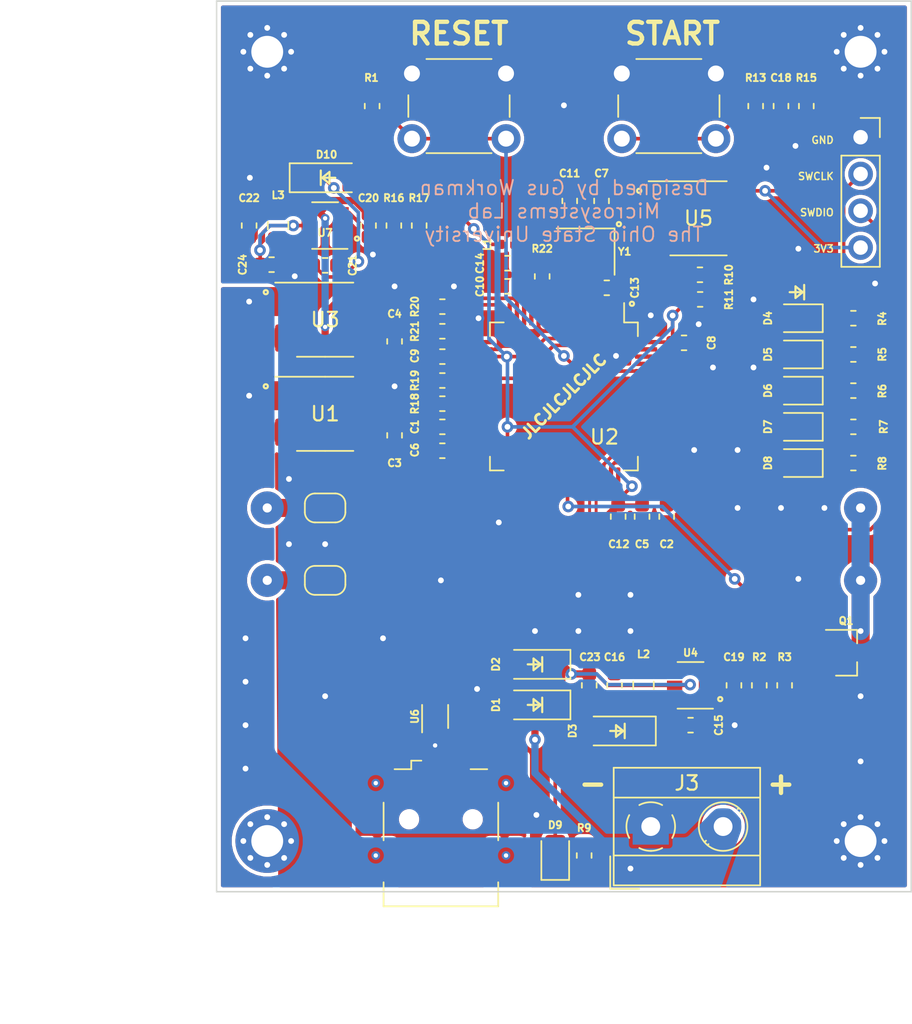
<source format=kicad_pcb>
(kicad_pcb (version 20171130) (host pcbnew "(5.1.6-0-10_14)")
  (layers (0 F.Cu signal) (31 B.Cu signal) (34 B.Paste user) (35 F.Paste user) (36 B.SilkS user) (37 F.SilkS user) (38 B.Mask user) (39 F.Mask user) (44 Edge.Cuts user))
  (net 0 "")
  (net 1 GND)
  (net 2 /RST)
  (net 3 /BTN)
  (net 4 +3V3)
  (net 5 +15V)
  (net 6 /LED1)
  (net 7 /LED2)
  (net 8 /LED3)
  (net 9 /LED4)
  (net 10 "Net-(D4-Pad1)")
  (net 11 /LED5)
  (net 12 "Net-(D5-Pad1)")
  (net 13 "Net-(D6-Pad1)")
  (net 14 /SWDIO)
  (net 15 /SWCLK)
  (net 16 /PWM_HEAT)
  (net 17 "Net-(C1-Pad1)")
  (net 18 "Net-(C2-Pad1)")
  (net 19 "Net-(C3-Pad1)")
  (net 20 "Net-(C4-Pad1)")
  (net 21 /OSC_IN)
  (net 22 +3.3VA)
  (net 23 "Net-(C11-Pad1)")
  (net 24 "Net-(C15-Pad2)")
  (net 25 "Net-(C15-Pad1)")
  (net 26 "Net-(C19-Pad2)")
  (net 27 "Net-(C20-Pad2)")
  (net 28 "Net-(C21-Pad2)")
  (net 29 "Net-(C21-Pad1)")
  (net 30 +5V)
  (net 31 /VPOWER)
  (net 32 VBUS)
  (net 33 "Net-(D7-Pad1)")
  (net 34 "Net-(D8-Pad1)")
  (net 35 "Net-(D9-Pad1)")
  (net 36 "Net-(J1-Pad4)")
  (net 37 /USB_CONN_D+)
  (net 38 /USB_CONN_D-)
  (net 39 "Net-(J1-Pad6)")
  (net 40 /HEAT_GND)
  (net 41 "Net-(J2-Pad2)")
  (net 42 "Net-(J2-Pad1)")
  (net 43 /HEAT_PULSE_1)
  (net 44 /HEAT_PULSE_2)
  (net 45 "Net-(R1-Pad2)")
  (net 46 /I2C_SDA)
  (net 47 /I2C_SCL)
  (net 48 "Net-(R13-Pad2)")
  (net 49 /CURRENT1)
  (net 50 "Net-(R18-Pad1)")
  (net 51 /CURRENT2)
  (net 52 "Net-(R20-Pad1)")
  (net 53 /OSC_OUT)
  (net 54 "Net-(U2-Pad62)")
  (net 55 "Net-(U2-Pad61)")
  (net 56 "Net-(U2-Pad57)")
  (net 57 "Net-(U2-Pad51)")
  (net 58 "Net-(U2-Pad50)")
  (net 59 /USB_D+)
  (net 60 /USB_D-)
  (net 61 "Net-(U2-Pad43)")
  (net 62 "Net-(U2-Pad42)")
  (net 63 "Net-(U2-Pad40)")
  (net 64 "Net-(U2-Pad39)")
  (net 65 "Net-(U2-Pad38)")
  (net 66 "Net-(U2-Pad37)")
  (net 67 "Net-(U2-Pad36)")
  (net 68 "Net-(U2-Pad35)")
  (net 69 "Net-(U2-Pad34)")
  (net 70 "Net-(U2-Pad33)")
  (net 71 "Net-(U2-Pad30)")
  (net 72 "Net-(U2-Pad29)")
  (net 73 "Net-(U2-Pad28)")
  (net 74 "Net-(U2-Pad27)")
  (net 75 "Net-(U2-Pad26)")
  (net 76 "Net-(U2-Pad25)")
  (net 77 "Net-(U2-Pad24)")
  (net 78 "Net-(U2-Pad23)")
  (net 79 "Net-(U2-Pad21)")
  (net 80 "Net-(U2-Pad20)")
  (net 81 "Net-(U2-Pad17)")
  (net 82 "Net-(U2-Pad16)")
  (net 83 "Net-(U2-Pad11)")
  (net 84 "Net-(U2-Pad10)")
  (net 85 "Net-(U2-Pad9)")
  (net 86 "Net-(U2-Pad8)")
  (net 87 "Net-(U2-Pad4)")
  (net 88 "Net-(U2-Pad3)")
  (net 89 "Net-(U2-Pad2)")
  (module MountingHole:MountingHole_2.2mm_M2_Pad_Via (layer F.Cu) (at 144.5 53.5)
    (fp_text reference H4 hide)
    (fp_text value MountingHole_Pad hide)
    (pad 1 thru_hole circle (at 1.166726 -1.166726) (size 0.7 0.7) (drill 0.4) (layers *.Cu *.Mask) (net 1 GND))
    (pad 1 thru_hole circle (at 0 -1.65) (size 0.7 0.7) (drill 0.4) (layers *.Cu *.Mask) (net 1 GND))
    (pad 1 thru_hole circle (at -1.166726 -1.166726) (size 0.7 0.7) (drill 0.4) (layers *.Cu *.Mask) (net 1 GND))
    (pad 1 thru_hole circle (at -1.65 0) (size 0.7 0.7) (drill 0.4) (layers *.Cu *.Mask) (net 1 GND))
    (pad 1 thru_hole circle (at -1.166726 1.166726) (size 0.7 0.7) (drill 0.4) (layers *.Cu *.Mask) (net 1 GND))
    (pad 1 thru_hole circle (at 0 1.65) (size 0.7 0.7) (drill 0.4) (layers *.Cu *.Mask) (net 1 GND))
    (pad 1 thru_hole circle (at 1.166726 1.166726) (size 0.7 0.7) (drill 0.4) (layers *.Cu *.Mask) (net 1 GND))
    (pad 1 thru_hole circle (at 1.65 0) (size 0.7 0.7) (drill 0.4) (layers *.Cu *.Mask) (net 1 GND))
    (pad 1 thru_hole circle (at 0 0) (size 4.4 4.4) (drill 2.2) (layers *.Cu *.Mask) (net 1 GND))
  )
  (module MountingHole:MountingHole_2.2mm_M2_Pad_Via (layer F.Cu) (at 103.5 53.5)
    (fp_text reference H3 hide)
    (fp_text value MountingHole_Pad hide)
    (pad 1 thru_hole circle (at 1.166726 -1.166726) (size 0.7 0.7) (drill 0.4) (layers *.Cu *.Mask) (net 1 GND))
    (pad 1 thru_hole circle (at 0 -1.65) (size 0.7 0.7) (drill 0.4) (layers *.Cu *.Mask) (net 1 GND))
    (pad 1 thru_hole circle (at -1.166726 -1.166726) (size 0.7 0.7) (drill 0.4) (layers *.Cu *.Mask) (net 1 GND))
    (pad 1 thru_hole circle (at -1.65 0) (size 0.7 0.7) (drill 0.4) (layers *.Cu *.Mask) (net 1 GND))
    (pad 1 thru_hole circle (at -1.166726 1.166726) (size 0.7 0.7) (drill 0.4) (layers *.Cu *.Mask) (net 1 GND))
    (pad 1 thru_hole circle (at 0 1.65) (size 0.7 0.7) (drill 0.4) (layers *.Cu *.Mask) (net 1 GND))
    (pad 1 thru_hole circle (at 1.166726 1.166726) (size 0.7 0.7) (drill 0.4) (layers *.Cu *.Mask) (net 1 GND))
    (pad 1 thru_hole circle (at 1.65 0) (size 0.7 0.7) (drill 0.4) (layers *.Cu *.Mask) (net 1 GND))
    (pad 1 thru_hole circle (at 0 0) (size 4.4 4.4) (drill 2.2) (layers *.Cu *.Mask) (net 1 GND))
  )
  (module MountingHole:MountingHole_2.2mm_M2_Pad_Via (layer F.Cu) (at 103.5 108)
    (fp_text reference H2 hide)
    (fp_text value MountingHole_Pad hide)
    (pad 1 thru_hole circle (at 1.166726 -1.166726) (size 0.7 0.7) (drill 0.4) (layers *.Cu *.Mask) (net 1 GND))
    (pad 1 thru_hole circle (at 0 -1.65) (size 0.7 0.7) (drill 0.4) (layers *.Cu *.Mask) (net 1 GND))
    (pad 1 thru_hole circle (at -1.166726 -1.166726) (size 0.7 0.7) (drill 0.4) (layers *.Cu *.Mask) (net 1 GND))
    (pad 1 thru_hole circle (at -1.65 0) (size 0.7 0.7) (drill 0.4) (layers *.Cu *.Mask) (net 1 GND))
    (pad 1 thru_hole circle (at -1.166726 1.166726) (size 0.7 0.7) (drill 0.4) (layers *.Cu *.Mask) (net 1 GND))
    (pad 1 thru_hole circle (at 0 1.65) (size 0.7 0.7) (drill 0.4) (layers *.Cu *.Mask) (net 1 GND))
    (pad 1 thru_hole circle (at 1.166726 1.166726) (size 0.7 0.7) (drill 0.4) (layers *.Cu *.Mask) (net 1 GND))
    (pad 1 thru_hole circle (at 1.65 0) (size 0.7 0.7) (drill 0.4) (layers *.Cu *.Mask) (net 1 GND))
    (pad 1 thru_hole circle (at 0 0) (size 4.4 4.4) (drill 2.2) (layers *.Cu *.Mask) (net 1 GND))
  )
  (module MountingHole:MountingHole_2.2mm_M2_Pad_Via (layer F.Cu) (at 144.5 108)
    (fp_text reference H1 hide)
    (fp_text value MountingHole_Pad hide)
    (pad 1 thru_hole circle (at 1.166726 -1.166726) (size 0.7 0.7) (drill 0.4) (layers *.Cu *.Mask) (net 1 GND))
    (pad 1 thru_hole circle (at 0 -1.65) (size 0.7 0.7) (drill 0.4) (layers *.Cu *.Mask) (net 1 GND))
    (pad 1 thru_hole circle (at -1.166726 -1.166726) (size 0.7 0.7) (drill 0.4) (layers *.Cu *.Mask) (net 1 GND))
    (pad 1 thru_hole circle (at -1.65 0) (size 0.7 0.7) (drill 0.4) (layers *.Cu *.Mask) (net 1 GND))
    (pad 1 thru_hole circle (at -1.166726 1.166726) (size 0.7 0.7) (drill 0.4) (layers *.Cu *.Mask) (net 1 GND))
    (pad 1 thru_hole circle (at 0 1.65) (size 0.7 0.7) (drill 0.4) (layers *.Cu *.Mask) (net 1 GND))
    (pad 1 thru_hole circle (at 1.166726 1.166726) (size 0.7 0.7) (drill 0.4) (layers *.Cu *.Mask) (net 1 GND))
    (pad 1 thru_hole circle (at 1.65 0) (size 0.7 0.7) (drill 0.4) (layers *.Cu *.Mask) (net 1 GND))
    (pad 1 thru_hole circle (at 0 0) (size 4.4 4.4) (drill 2.2) (layers *.Cu *.Mask) (net 1 GND))
  )
  (module Package_TO_SOT_SMD:SOT-23-6 (layer F.Cu) (at 107.5 65.5 180)
    (fp_text reference U7 (at 0 -0.5) (layer F.SilkS) (effects (font (size 0.5 0.5) (thickness 0.125))))
    (fp_text value MP2451)
    (pad 5 smd rect (at 1.1 0 180) (size 1.06 0.65) (layers F.Cu F.Paste F.Mask) (net 5 +15V))
    (pad 6 smd rect (at 1.1 -0.95 180) (size 1.06 0.65) (layers F.Cu F.Paste F.Mask) (net 28 "Net-(C21-Pad2)"))
    (pad 4 smd rect (at 1.1 0.95 180) (size 1.06 0.65) (layers F.Cu F.Paste F.Mask) (net 30 +5V))
    (pad 3 smd rect (at -1.1 0.95 180) (size 1.06 0.65) (layers F.Cu F.Paste F.Mask) (net 27 "Net-(C20-Pad2)"))
    (pad 2 smd rect (at -1.1 0 180) (size 1.06 0.65) (layers F.Cu F.Paste F.Mask) (net 1 GND))
    (pad 1 smd rect (at -1.1 -0.95 180) (size 1.06 0.65) (layers F.Cu F.Paste F.Mask) (net 29 "Net-(C21-Pad1)"))
  )
  (module Package_TO_SOT_SMD:SOT-23-6 (layer F.Cu) (at 132.75 97.25 180)
    (fp_text reference U4 (at 0 2.25) (layer F.SilkS) (effects (font (size 0.5 0.5) (thickness 0.125))))
    (fp_text value MP2451)
    (pad 5 smd rect (at 1.1 0 180) (size 1.06 0.65) (layers F.Cu F.Paste F.Mask) (net 31 /VPOWER))
    (pad 6 smd rect (at 1.1 -0.95 180) (size 1.06 0.65) (layers F.Cu F.Paste F.Mask) (net 24 "Net-(C15-Pad2)"))
    (pad 4 smd rect (at 1.1 0.95 180) (size 1.06 0.65) (layers F.Cu F.Paste F.Mask) (net 4 +3V3))
    (pad 3 smd rect (at -1.1 0.95 180) (size 1.06 0.65) (layers F.Cu F.Paste F.Mask) (net 26 "Net-(C19-Pad2)"))
    (pad 2 smd rect (at -1.1 0 180) (size 1.06 0.65) (layers F.Cu F.Paste F.Mask) (net 1 GND))
    (pad 1 smd rect (at -1.1 -0.95 180) (size 1.06 0.65) (layers F.Cu F.Paste F.Mask) (net 25 "Net-(C15-Pad1)"))
  )
  (module Resistor_SMD:R_0603_1608Metric (layer F.Cu) (at 122.5 69.0125 270)
    (fp_text reference R22 (at -1.9125 0 180) (layer F.SilkS) (effects (font (size 0.5 0.5) (thickness 0.125))))
    (fp_text value 47)
    (pad 2 smd roundrect (at 0.7875 0 270) (size 0.875 0.95) (layers F.Cu F.Paste F.Mask) (net 53 /OSC_OUT))
    (pad 1 smd roundrect (at -0.7875 0 270) (size 0.875 0.95) (layers F.Cu F.Paste F.Mask) (net 23 "Net-(C11-Pad1)"))
  )
  (module Resistor_SMD:R_0603_1608Metric (layer F.Cu) (at 115.6 72.8 180)
    (fp_text reference R21 (at 1.9 0 90) (layer F.SilkS) (effects (font (size 0.5 0.5) (thickness 0.125))))
    (fp_text value 9.1k)
    (pad 2 smd roundrect (at 0.7875 0 180) (size 0.875 0.95) (layers F.Cu F.Paste F.Mask) (net 52 "Net-(R20-Pad1)"))
    (pad 1 smd roundrect (at -0.7875 0 180) (size 0.875 0.95) (layers F.Cu F.Paste F.Mask) (net 1 GND))
  )
  (module Resistor_SMD:R_0603_1608Metric (layer F.Cu) (at 115.6 71.1 180)
    (fp_text reference R20 (at 1.9 0 90) (layer F.SilkS) (effects (font (size 0.5 0.5) (thickness 0.125))))
    (fp_text value 4.7k)
    (pad 2 smd roundrect (at 0.7875 0 180) (size 0.875 0.95) (layers F.Cu F.Paste F.Mask) (net 51 /CURRENT2))
    (pad 1 smd roundrect (at -0.7875 0 180) (size 0.875 0.95) (layers F.Cu F.Paste F.Mask) (net 52 "Net-(R20-Pad1)"))
  )
  (module Resistor_SMD:R_0603_1608Metric (layer F.Cu) (at 115.6 76.2)
    (fp_text reference R19 (at -1.9 0 90) (layer F.SilkS) (effects (font (size 0.5 0.5) (thickness 0.125))))
    (fp_text value 9.1k)
    (pad 2 smd roundrect (at 0.7875 0) (size 0.875 0.95) (layers F.Cu F.Paste F.Mask) (net 50 "Net-(R18-Pad1)"))
    (pad 1 smd roundrect (at -0.7875 0) (size 0.875 0.95) (layers F.Cu F.Paste F.Mask) (net 1 GND))
  )
  (module Resistor_SMD:R_0603_1608Metric (layer F.Cu) (at 115.6 77.8 180)
    (fp_text reference R18 (at 1.9 0 90) (layer F.SilkS) (effects (font (size 0.5 0.5) (thickness 0.125))))
    (fp_text value 4.7k)
    (pad 2 smd roundrect (at 0.7875 0 180) (size 0.875 0.95) (layers F.Cu F.Paste F.Mask) (net 49 /CURRENT1))
    (pad 1 smd roundrect (at -0.7875 0 180) (size 0.875 0.95) (layers F.Cu F.Paste F.Mask) (net 50 "Net-(R18-Pad1)"))
  )
  (module Resistor_SMD:R_0603_1608Metric (layer F.Cu) (at 114 65.5 270)
    (fp_text reference R17 (at -1.9 0 180) (layer F.SilkS) (effects (font (size 0.5 0.5) (thickness 0.125))))
    (fp_text value 23.7k)
    (pad 2 smd roundrect (at 0.7875 0 270) (size 0.875 0.95) (layers F.Cu F.Paste F.Mask) (net 27 "Net-(C20-Pad2)"))
    (pad 1 smd roundrect (at -0.7875 0 270) (size 0.875 0.95) (layers F.Cu F.Paste F.Mask) (net 1 GND))
  )
  (module Resistor_SMD:R_0603_1608Metric (layer F.Cu) (at 112.25 65.5 90)
    (fp_text reference R16 (at 1.9 0 180) (layer F.SilkS) (effects (font (size 0.5 0.5) (thickness 0.125))))
    (fp_text value 124k)
    (pad 2 smd roundrect (at 0.7875 0 90) (size 0.875 0.95) (layers F.Cu F.Paste F.Mask) (net 30 +5V))
    (pad 1 smd roundrect (at -0.7875 0 90) (size 0.875 0.95) (layers F.Cu F.Paste F.Mask) (net 27 "Net-(C20-Pad2)"))
  )
  (module Resistor_SMD:R_0603_1608Metric (layer F.Cu) (at 140.75 57.25 270)
    (fp_text reference R15 (at -1.95 0 180) (layer F.SilkS) (effects (font (size 0.5 0.5) (thickness 0.125))))
    (fp_text value 100k)
    (pad 2 smd roundrect (at 0.7875 0 270) (size 0.875 0.95) (layers F.Cu F.Paste F.Mask) (net 3 /BTN))
    (pad 1 smd roundrect (at -0.7875 0 270) (size 0.875 0.95) (layers F.Cu F.Paste F.Mask) (net 4 +3V3))
  )
  (module Resistor_SMD:R_0603_1608Metric (layer F.Cu) (at 137.25 57.25 90)
    (fp_text reference R13 (at 1.95 0 180) (layer F.SilkS) (effects (font (size 0.5 0.5) (thickness 0.125))))
    (fp_text value 1k)
    (pad 2 smd roundrect (at 0.7875 0 90) (size 0.875 0.95) (layers F.Cu F.Paste F.Mask) (net 48 "Net-(R13-Pad2)"))
    (pad 1 smd roundrect (at -0.7875 0 90) (size 0.875 0.95) (layers F.Cu F.Paste F.Mask) (net 3 /BTN))
  )
  (module Resistor_SMD:R_0603_1608Metric (layer F.Cu) (at 133.4125 70.6 180)
    (fp_text reference R11 (at -1.9875 0 90) (layer F.SilkS) (effects (font (size 0.5 0.5) (thickness 0.125))))
    (fp_text value 4.7k)
    (pad 2 smd roundrect (at 0.7875 0 180) (size 0.875 0.95) (layers F.Cu F.Paste F.Mask) (net 4 +3V3))
    (pad 1 smd roundrect (at -0.7875 0 180) (size 0.875 0.95) (layers F.Cu F.Paste F.Mask) (net 47 /I2C_SCL))
  )
  (module Resistor_SMD:R_0603_1608Metric (layer F.Cu) (at 133.4 68.9)
    (fp_text reference R10 (at 2 0 90) (layer F.SilkS) (effects (font (size 0.5 0.5) (thickness 0.125))))
    (fp_text value 4.7k)
    (pad 2 smd roundrect (at 0.7875 0) (size 0.875 0.95) (layers F.Cu F.Paste F.Mask) (net 46 /I2C_SDA))
    (pad 1 smd roundrect (at -0.7875 0) (size 0.875 0.95) (layers F.Cu F.Paste F.Mask) (net 4 +3V3))
  )
  (module Resistor_SMD:R_0603_1608Metric (layer F.Cu) (at 125.4 109 90)
    (fp_text reference R9 (at 1.9 0 180) (layer F.SilkS) (effects (font (size 0.5 0.5) (thickness 0.125))))
    (fp_text value 500)
    (pad 2 smd roundrect (at 0.7875 0 90) (size 0.875 0.95) (layers F.Cu F.Paste F.Mask) (net 35 "Net-(D9-Pad1)"))
    (pad 1 smd roundrect (at -0.7875 0 90) (size 0.875 0.95) (layers F.Cu F.Paste F.Mask) (net 1 GND))
  )
  (module Resistor_SMD:R_0603_1608Metric (layer F.Cu) (at 144 81.9 180)
    (fp_text reference R8 (at -2 -0.03 90) (layer F.SilkS) (effects (font (size 0.5 0.5) (thickness 0.125))))
    (fp_text value 500)
    (pad 2 smd roundrect (at 0.7875 0 180) (size 0.875 0.95) (layers F.Cu F.Paste F.Mask) (net 34 "Net-(D8-Pad1)"))
    (pad 1 smd roundrect (at -0.7875 0 180) (size 0.875 0.95) (layers F.Cu F.Paste F.Mask) (net 1 GND))
  )
  (module Resistor_SMD:R_0603_1608Metric (layer F.Cu) (at 144 79.4 180)
    (fp_text reference R7 (at -2.1 0 90) (layer F.SilkS) (effects (font (size 0.5 0.5) (thickness 0.125))))
    (fp_text value 500)
    (pad 2 smd roundrect (at 0.7875 0 180) (size 0.875 0.95) (layers F.Cu F.Paste F.Mask) (net 33 "Net-(D7-Pad1)"))
    (pad 1 smd roundrect (at -0.7875 0 180) (size 0.875 0.95) (layers F.Cu F.Paste F.Mask) (net 1 GND))
  )
  (module Resistor_SMD:R_0603_1608Metric (layer F.Cu) (at 144 76.9 180)
    (fp_text reference R6 (at -2 -0.03 90) (layer F.SilkS) (effects (font (size 0.5 0.5) (thickness 0.125))))
    (fp_text value 500)
    (pad 2 smd roundrect (at 0.7875 0 180) (size 0.875 0.95) (layers F.Cu F.Paste F.Mask) (net 13 "Net-(D6-Pad1)"))
    (pad 1 smd roundrect (at -0.7875 0 180) (size 0.875 0.95) (layers F.Cu F.Paste F.Mask) (net 1 GND))
  )
  (module Resistor_SMD:R_0603_1608Metric (layer F.Cu) (at 144 74.4 180)
    (fp_text reference R5 (at -2 0 90) (layer F.SilkS) (effects (font (size 0.5 0.5) (thickness 0.125))))
    (fp_text value 500)
    (pad 2 smd roundrect (at 0.7875 0 180) (size 0.875 0.95) (layers F.Cu F.Paste F.Mask) (net 12 "Net-(D5-Pad1)"))
    (pad 1 smd roundrect (at -0.7875 0 180) (size 0.875 0.95) (layers F.Cu F.Paste F.Mask) (net 1 GND))
  )
  (module Resistor_SMD:R_0603_1608Metric (layer F.Cu) (at 144 71.9 180)
    (fp_text reference R4 (at -2 -0.03 90) (layer F.SilkS) (effects (font (size 0.5 0.5) (thickness 0.125))))
    (fp_text value 500)
    (pad 2 smd roundrect (at 0.7875 0 180) (size 0.875 0.95) (layers F.Cu F.Paste F.Mask) (net 10 "Net-(D4-Pad1)"))
    (pad 1 smd roundrect (at -0.7875 0 180) (size 0.875 0.95) (layers F.Cu F.Paste F.Mask) (net 1 GND))
  )
  (module Resistor_SMD:R_0603_1608Metric (layer F.Cu) (at 139.25 97.25 270)
    (fp_text reference R3 (at -1.95 0) (layer F.SilkS) (effects (font (size 0.5 0.5) (thickness 0.125))))
    (fp_text value 40.2k)
    (pad 2 smd roundrect (at 0.7875 0 270) (size 0.875 0.95) (layers F.Cu F.Paste F.Mask) (net 26 "Net-(C19-Pad2)"))
    (pad 1 smd roundrect (at -0.7875 0 270) (size 0.875 0.95) (layers F.Cu F.Paste F.Mask) (net 1 GND))
  )
  (module Resistor_SMD:R_0603_1608Metric (layer F.Cu) (at 137.5 97.25 90)
    (fp_text reference R2 (at 1.95 0 180) (layer F.SilkS) (effects (font (size 0.5 0.5) (thickness 0.125))))
    (fp_text value 124k)
    (pad 2 smd roundrect (at 0.7875 0 90) (size 0.875 0.95) (layers F.Cu F.Paste F.Mask) (net 4 +3V3))
    (pad 1 smd roundrect (at -0.7875 0 90) (size 0.875 0.95) (layers F.Cu F.Paste F.Mask) (net 26 "Net-(C19-Pad2)"))
  )
  (module Resistor_SMD:R_0603_1608Metric (layer F.Cu) (at 110.75 57.25 90)
    (fp_text reference R1 (at 1.95 -0.05 180) (layer F.SilkS) (effects (font (size 0.5 0.5) (thickness 0.125))))
    (fp_text value 10k)
    (pad 2 smd roundrect (at 0.7875 0 90) (size 0.875 0.95) (layers F.Cu F.Paste F.Mask) (net 45 "Net-(R1-Pad2)"))
    (pad 1 smd roundrect (at -0.7875 0 90) (size 0.875 0.95) (layers F.Cu F.Paste F.Mask) (net 4 +3V3))
  )
  (module Package_TO_SOT_SMD:SOT-23 (layer F.Cu) (at 143.5 95)
    (fp_text reference Q1 (at 0 -2.2) (layer F.SilkS) (effects (font (size 0.5 0.5) (thickness 0.125))))
    (fp_text value AO3400A)
    (pad 3 smd rect (at 1 0) (size 0.9 0.8) (layers F.Cu F.Paste F.Mask) (net 40 /HEAT_GND))
    (pad 2 smd rect (at -1 0.95) (size 0.9 0.8) (layers F.Cu F.Paste F.Mask) (net 1 GND))
    (pad 1 smd rect (at -1 -0.95) (size 0.9 0.8) (layers F.Cu F.Paste F.Mask) (net 16 /PWM_HEAT))
  )
  (module Inductor_SMD:L_0805_2012Metric (layer F.Cu) (at 104.25 65.5 90)
    (fp_text reference L3 (at 2.1 0 180) (layer F.SilkS) (effects (font (size 0.5 0.5) (thickness 0.125))))
    (fp_text value 2.2uH)
    (pad 2 smd roundrect (at 0.9375 0 90) (size 0.975 1.4) (layers F.Cu F.Paste F.Mask) (net 30 +5V))
    (pad 1 smd roundrect (at -0.9375 0 90) (size 0.975 1.4) (layers F.Cu F.Paste F.Mask) (net 28 "Net-(C21-Pad2)"))
  )
  (module Inductor_SMD:L_0805_2012Metric (layer F.Cu) (at 129.5 97.25 90)
    (fp_text reference L2 (at 2.15 0 180) (layer F.SilkS) (effects (font (size 0.5 0.5) (thickness 0.125))))
    (fp_text value 2.2uH)
    (pad 2 smd roundrect (at 0.9375 0 90) (size 0.975 1.4) (layers F.Cu F.Paste F.Mask) (net 4 +3V3))
    (pad 1 smd roundrect (at -0.9375 0 90) (size 0.975 1.4) (layers F.Cu F.Paste F.Mask) (net 24 "Net-(C15-Pad2)"))
  )
  (module Diode_SMD:D_MiniMELF (layer F.Cu) (at 107.6 62.2)
    (fp_text reference D10 (at 0 -1.6) (layer F.SilkS) (effects (font (size 0.5 0.5) (thickness 0.125))))
    (fp_text value ZMM5V6)
    (pad 2 smd rect (at 1.75 0) (size 1.3 1.7) (layers F.Cu F.Paste F.Mask) (net 1 GND))
    (pad 1 smd rect (at -1.75 0) (size 1.3 1.7) (layers F.Cu F.Paste F.Mask) (net 28 "Net-(C21-Pad2)"))
  )
  (module LED_SMD:LED_0805_2012Metric (layer F.Cu) (at 123.4 109 90)
    (fp_text reference D9 (at 2.1 0 180) (layer F.SilkS) (effects (font (size 0.5 0.5) (thickness 0.125))))
    (fp_text value RED)
    (pad 2 smd roundrect (at 0.9375 0 90) (size 0.975 1.4) (layers F.Cu F.Paste F.Mask) (net 4 +3V3))
    (pad 1 smd roundrect (at -0.9375 0 90) (size 0.975 1.4) (layers F.Cu F.Paste F.Mask) (net 35 "Net-(D9-Pad1)"))
  )
  (module LED_SMD:LED_0805_2012Metric (layer F.Cu) (at 140.2 81.9 180)
    (fp_text reference D8 (at 2.1 0 90) (layer F.SilkS) (effects (font (size 0.5 0.5) (thickness 0.125))))
    (fp_text value GREEN)
    (pad 2 smd roundrect (at 0.9375 0 180) (size 0.975 1.4) (layers F.Cu F.Paste F.Mask) (net 11 /LED5))
    (pad 1 smd roundrect (at -0.9375 0 180) (size 0.975 1.4) (layers F.Cu F.Paste F.Mask) (net 34 "Net-(D8-Pad1)"))
  )
  (module LED_SMD:LED_0805_2012Metric (layer F.Cu) (at 140.2 79.4 180)
    (fp_text reference D7 (at 2.1 0 90) (layer F.SilkS) (effects (font (size 0.5 0.5) (thickness 0.125))))
    (fp_text value GREEN)
    (pad 2 smd roundrect (at 0.9375 0 180) (size 0.975 1.4) (layers F.Cu F.Paste F.Mask) (net 9 /LED4))
    (pad 1 smd roundrect (at -0.9375 0 180) (size 0.975 1.4) (layers F.Cu F.Paste F.Mask) (net 33 "Net-(D7-Pad1)"))
  )
  (module LED_SMD:LED_0805_2012Metric (layer F.Cu) (at 140.2 76.9 180)
    (fp_text reference D6 (at 2.1 0 90) (layer F.SilkS) (effects (font (size 0.5 0.5) (thickness 0.125))))
    (fp_text value GREEN)
    (pad 2 smd roundrect (at 0.9375 0 180) (size 0.975 1.4) (layers F.Cu F.Paste F.Mask) (net 8 /LED3))
    (pad 1 smd roundrect (at -0.9375 0 180) (size 0.975 1.4) (layers F.Cu F.Paste F.Mask) (net 13 "Net-(D6-Pad1)"))
  )
  (module LED_SMD:LED_0805_2012Metric (layer F.Cu) (at 140.2 74.4 180)
    (fp_text reference D5 (at 2.1 0 90) (layer F.SilkS) (effects (font (size 0.5 0.5) (thickness 0.125))))
    (fp_text value GREEN)
    (pad 2 smd roundrect (at 0.9375 0 180) (size 0.975 1.4) (layers F.Cu F.Paste F.Mask) (net 7 /LED2))
    (pad 1 smd roundrect (at -0.9375 0 180) (size 0.975 1.4) (layers F.Cu F.Paste F.Mask) (net 12 "Net-(D5-Pad1)"))
  )
  (module LED_SMD:LED_0805_2012Metric (layer F.Cu) (at 140.2 71.9 180)
    (fp_text reference D4 (at 2.1 0 90) (layer F.SilkS) (effects (font (size 0.5 0.5) (thickness 0.125))))
    (fp_text value GREEN)
    (pad 2 smd roundrect (at 0.9375 0 180) (size 0.975 1.4) (layers F.Cu F.Paste F.Mask) (net 6 /LED1))
    (pad 1 smd roundrect (at -0.9375 0 180) (size 0.975 1.4) (layers F.Cu F.Paste F.Mask) (net 10 "Net-(D4-Pad1)"))
  )
  (module Diode_SMD:D_MiniMELF (layer F.Cu) (at 127.8 100.4 180)
    (fp_text reference D3 (at 3.2 0 90) (layer F.SilkS) (effects (font (size 0.5 0.5) (thickness 0.125))))
    (fp_text value ZMM3V3)
    (pad 2 smd rect (at 1.75 0 180) (size 1.3 1.7) (layers F.Cu F.Paste F.Mask) (net 1 GND))
    (pad 1 smd rect (at -1.75 0 180) (size 1.3 1.7) (layers F.Cu F.Paste F.Mask) (net 24 "Net-(C15-Pad2)"))
  )
  (module Capacitor_SMD:C_0603_1608Metric (layer F.Cu) (at 103.8 68.2)
    (fp_text reference C24 (at -2 0 90) (layer F.SilkS) (effects (font (size 0.5 0.5) (thickness 0.125))))
    (fp_text value 4.7uF)
    (pad 2 smd roundrect (at 0.7875 0) (size 0.875 0.95) (layers F.Cu F.Paste F.Mask) (net 1 GND))
    (pad 1 smd roundrect (at -0.7875 0) (size 0.875 0.95) (layers F.Cu F.Paste F.Mask) (net 5 +15V))
  )
  (module Capacitor_SMD:C_0603_1608Metric (layer F.Cu) (at 125.75 97.25 270)
    (fp_text reference C23 (at -1.95 -0.05 180) (layer F.SilkS) (effects (font (size 0.5 0.5) (thickness 0.125))))
    (fp_text value 4.7uF)
    (pad 2 smd roundrect (at 0.7875 0 270) (size 0.875 0.95) (layers F.Cu F.Paste F.Mask) (net 1 GND))
    (pad 1 smd roundrect (at -0.7875 0 270) (size 0.875 0.95) (layers F.Cu F.Paste F.Mask) (net 31 /VPOWER))
  )
  (module Capacitor_SMD:C_0603_1608Metric (layer F.Cu) (at 102.25 65.5 270)
    (fp_text reference C22 (at -1.9 0 180) (layer F.SilkS) (effects (font (size 0.5 0.5) (thickness 0.125))))
    (fp_text value 10uF)
    (pad 2 smd roundrect (at 0.7875 0 270) (size 0.875 0.95) (layers F.Cu F.Paste F.Mask) (net 1 GND))
    (pad 1 smd roundrect (at -0.7875 0 270) (size 0.875 0.95) (layers F.Cu F.Paste F.Mask) (net 30 +5V))
  )
  (module Capacitor_SMD:C_0603_1608Metric (layer F.Cu) (at 107.5 68.25 180)
    (fp_text reference C21 (at -1.9 0 90) (layer F.SilkS) (effects (font (size 0.5 0.5) (thickness 0.125))))
    (fp_text value 0.1uF)
    (pad 2 smd roundrect (at 0.7875 0 180) (size 0.875 0.95) (layers F.Cu F.Paste F.Mask) (net 28 "Net-(C21-Pad2)"))
    (pad 1 smd roundrect (at -0.7875 0 180) (size 0.875 0.95) (layers F.Cu F.Paste F.Mask) (net 29 "Net-(C21-Pad1)"))
  )
  (module Capacitor_SMD:C_0603_1608Metric (layer F.Cu) (at 110.5 65.5 270)
    (fp_text reference C20 (at -1.9 0 180) (layer F.SilkS) (effects (font (size 0.5 0.5) (thickness 0.125))))
    (fp_text value 33pF)
    (pad 2 smd roundrect (at 0.7875 0 270) (size 0.875 0.95) (layers F.Cu F.Paste F.Mask) (net 27 "Net-(C20-Pad2)"))
    (pad 1 smd roundrect (at -0.7875 0 270) (size 0.875 0.95) (layers F.Cu F.Paste F.Mask) (net 30 +5V))
  )
  (module Capacitor_SMD:C_0603_1608Metric (layer F.Cu) (at 135.75 97.25 270)
    (fp_text reference C19 (at -1.95 0 180) (layer F.SilkS) (effects (font (size 0.5 0.5) (thickness 0.125))))
    (fp_text value 33pF)
    (pad 2 smd roundrect (at 0.7875 0 270) (size 0.875 0.95) (layers F.Cu F.Paste F.Mask) (net 26 "Net-(C19-Pad2)"))
    (pad 1 smd roundrect (at -0.7875 0 270) (size 0.875 0.95) (layers F.Cu F.Paste F.Mask) (net 4 +3V3))
  )
  (module Capacitor_SMD:C_0603_1608Metric (layer F.Cu) (at 139 57.25 90)
    (fp_text reference C18 (at 1.95 0 180) (layer F.SilkS) (effects (font (size 0.5 0.5) (thickness 0.125))))
    (fp_text value 0.1uF)
    (pad 2 smd roundrect (at 0.7875 0 90) (size 0.875 0.95) (layers F.Cu F.Paste F.Mask) (net 1 GND))
    (pad 1 smd roundrect (at -0.7875 0 90) (size 0.875 0.95) (layers F.Cu F.Paste F.Mask) (net 3 /BTN))
  )
  (module Capacitor_SMD:C_0603_1608Metric (layer F.Cu) (at 127.5 97.25 270)
    (fp_text reference C16 (at -1.95 0 180) (layer F.SilkS) (effects (font (size 0.5 0.5) (thickness 0.125))))
    (fp_text value 10uF)
    (pad 2 smd roundrect (at 0.7875 0 270) (size 0.875 0.95) (layers F.Cu F.Paste F.Mask) (net 1 GND))
    (pad 1 smd roundrect (at -0.7875 0 270) (size 0.875 0.95) (layers F.Cu F.Paste F.Mask) (net 4 +3V3))
  )
  (module Capacitor_SMD:C_0603_1608Metric (layer F.Cu) (at 132.75 100 180)
    (fp_text reference C15 (at -1.95 0 90) (layer F.SilkS) (effects (font (size 0.5 0.5) (thickness 0.125))))
    (fp_text value 0.1uF)
    (pad 2 smd roundrect (at 0.7875 0 180) (size 0.875 0.95) (layers F.Cu F.Paste F.Mask) (net 24 "Net-(C15-Pad2)"))
    (pad 1 smd roundrect (at -0.7875 0 180) (size 0.875 0.95) (layers F.Cu F.Paste F.Mask) (net 25 "Net-(C15-Pad1)"))
  )
  (module Capacitor_SMD:C_0603_1608Metric (layer F.Cu) (at 120.1 68.1 180)
    (fp_text reference C14 (at 1.9 0 90) (layer F.SilkS) (effects (font (size 0.5 0.5) (thickness 0.125))))
    (fp_text value 10nF)
    (pad 2 smd roundrect (at 0.7875 0 180) (size 0.875 0.95) (layers F.Cu F.Paste F.Mask) (net 1 GND))
    (pad 1 smd roundrect (at -0.7875 0 180) (size 0.875 0.95) (layers F.Cu F.Paste F.Mask) (net 22 +3.3VA))
  )
  (module Capacitor_SMD:C_0603_1608Metric (layer F.Cu) (at 126.9625 69.8 180)
    (fp_text reference C13 (at -1.9375 0 270) (layer F.SilkS) (effects (font (size 0.5 0.5) (thickness 0.125))))
    (fp_text value 0.1uF)
    (pad 2 smd roundrect (at 0.7875 0 180) (size 0.875 0.95) (layers F.Cu F.Paste F.Mask) (net 1 GND))
    (pad 1 smd roundrect (at -0.7875 0 180) (size 0.875 0.95) (layers F.Cu F.Paste F.Mask) (net 4 +3V3))
  )
  (module Capacitor_SMD:C_0603_1608Metric (layer F.Cu) (at 127.75 85.6 270)
    (fp_text reference C12 (at 1.9 -0.05 180) (layer F.SilkS) (effects (font (size 0.5 0.5) (thickness 0.125))))
    (fp_text value 0.1uF)
    (pad 2 smd roundrect (at 0.7875 0 270) (size 0.875 0.95) (layers F.Cu F.Paste F.Mask) (net 1 GND))
    (pad 1 smd roundrect (at -0.7875 0 270) (size 0.875 0.95) (layers F.Cu F.Paste F.Mask) (net 4 +3V3))
  )
  (module Capacitor_SMD:C_0603_1608Metric (layer F.Cu) (at 124.4 63.8 90)
    (fp_text reference C11 (at 1.9 0 180) (layer F.SilkS) (effects (font (size 0.5 0.5) (thickness 0.125))))
    (fp_text value 12pF)
    (pad 2 smd roundrect (at 0.7875 0 90) (size 0.875 0.95) (layers F.Cu F.Paste F.Mask) (net 1 GND))
    (pad 1 smd roundrect (at -0.7875 0 90) (size 0.875 0.95) (layers F.Cu F.Paste F.Mask) (net 23 "Net-(C11-Pad1)"))
  )
  (module Capacitor_SMD:C_0603_1608Metric (layer F.Cu) (at 120.1 69.7 180)
    (fp_text reference C10 (at 1.9 0 90) (layer F.SilkS) (effects (font (size 0.5 0.5) (thickness 0.125))))
    (fp_text value 1uF)
    (pad 2 smd roundrect (at 0.7875 0 180) (size 0.875 0.95) (layers F.Cu F.Paste F.Mask) (net 1 GND))
    (pad 1 smd roundrect (at -0.7875 0 180) (size 0.875 0.95) (layers F.Cu F.Paste F.Mask) (net 22 +3.3VA))
  )
  (module Capacitor_SMD:C_0603_1608Metric (layer F.Cu) (at 115.6 74.55 180)
    (fp_text reference C9 (at 1.9 0.05 90) (layer F.SilkS) (effects (font (size 0.5 0.5) (thickness 0.125))))
    (fp_text value 0.1uF)
    (pad 2 smd roundrect (at 0.7875 0 180) (size 0.875 0.95) (layers F.Cu F.Paste F.Mask) (net 1 GND))
    (pad 1 smd roundrect (at -0.7875 0 180) (size 0.875 0.95) (layers F.Cu F.Paste F.Mask) (net 4 +3V3))
  )
  (module Capacitor_SMD:C_0603_1608Metric (layer F.Cu) (at 132.3 73.6)
    (fp_text reference C8 (at 1.9 0 90) (layer F.SilkS) (effects (font (size 0.5 0.5) (thickness 0.125))))
    (fp_text value 0.1uF)
    (pad 2 smd roundrect (at 0.7875 0) (size 0.875 0.95) (layers F.Cu F.Paste F.Mask) (net 1 GND))
    (pad 1 smd roundrect (at -0.7875 0) (size 0.875 0.95) (layers F.Cu F.Paste F.Mask) (net 4 +3V3))
  )
  (module Capacitor_SMD:C_0603_1608Metric (layer F.Cu) (at 126.6 63.8 90)
    (fp_text reference C7 (at 1.9 0 180) (layer F.SilkS) (effects (font (size 0.5 0.5) (thickness 0.125))))
    (fp_text value 12pF)
    (pad 2 smd roundrect (at 0.7875 0 90) (size 0.875 0.95) (layers F.Cu F.Paste F.Mask) (net 1 GND))
    (pad 1 smd roundrect (at -0.7875 0 90) (size 0.875 0.95) (layers F.Cu F.Paste F.Mask) (net 21 /OSC_IN))
  )
  (module Capacitor_SMD:C_0603_1608Metric (layer F.Cu) (at 115.6 81.05 180)
    (fp_text reference C6 (at 1.9 0.05 90) (layer F.SilkS) (effects (font (size 0.5 0.5) (thickness 0.125))))
    (fp_text value 0.1uF)
    (pad 2 smd roundrect (at 0.7875 0 180) (size 0.875 0.95) (layers F.Cu F.Paste F.Mask) (net 1 GND))
    (pad 1 smd roundrect (at -0.7875 0 180) (size 0.875 0.95) (layers F.Cu F.Paste F.Mask) (net 4 +3V3))
  )
  (module Capacitor_SMD:C_0603_1608Metric (layer F.Cu) (at 129.4 85.6 270)
    (fp_text reference C5 (at 1.9 0 180) (layer F.SilkS) (effects (font (size 0.5 0.5) (thickness 0.125))))
    (fp_text value 4.7uF)
    (pad 2 smd roundrect (at 0.7875 0 270) (size 0.875 0.95) (layers F.Cu F.Paste F.Mask) (net 1 GND))
    (pad 1 smd roundrect (at -0.7875 0 270) (size 0.875 0.95) (layers F.Cu F.Paste F.Mask) (net 4 +3V3))
  )
  (module Capacitor_SMD:C_0603_1608Metric (layer F.Cu) (at 112.3 73.5 270)
    (fp_text reference C4 (at -1.9 0 180) (layer F.SilkS) (effects (font (size 0.5 0.5) (thickness 0.125))))
    (fp_text value 1nF)
    (pad 2 smd roundrect (at 0.7875 0 270) (size 0.875 0.95) (layers F.Cu F.Paste F.Mask) (net 1 GND))
    (pad 1 smd roundrect (at -0.7875 0 270) (size 0.875 0.95) (layers F.Cu F.Paste F.Mask) (net 20 "Net-(C4-Pad1)"))
  )
  (module Capacitor_SMD:C_0603_1608Metric (layer F.Cu) (at 112.3 79.9875 270)
    (fp_text reference C3 (at 1.9125 0 180) (layer F.SilkS) (effects (font (size 0.5 0.5) (thickness 0.125))))
    (fp_text value 1nF)
    (pad 2 smd roundrect (at 0.7875 0 270) (size 0.875 0.95) (layers F.Cu F.Paste F.Mask) (net 1 GND))
    (pad 1 smd roundrect (at -0.7875 0 270) (size 0.875 0.95) (layers F.Cu F.Paste F.Mask) (net 19 "Net-(C3-Pad1)"))
  )
  (module Capacitor_SMD:C_0603_1608Metric (layer F.Cu) (at 131.1 85.6 270)
    (fp_text reference C2 (at 1.9 0 180) (layer F.SilkS) (effects (font (size 0.5 0.5) (thickness 0.125))))
    (fp_text value 2.2uF)
    (pad 2 smd roundrect (at 0.7875 0 270) (size 0.875 0.95) (layers F.Cu F.Paste F.Mask) (net 1 GND))
    (pad 1 smd roundrect (at -0.7875 0 270) (size 0.875 0.95) (layers F.Cu F.Paste F.Mask) (net 18 "Net-(C2-Pad1)"))
  )
  (module Capacitor_SMD:C_0603_1608Metric (layer F.Cu) (at 115.6 79.4 180)
    (fp_text reference C1 (at 1.9 0 90) (layer F.SilkS) (effects (font (size 0.5 0.5) (thickness 0.125))))
    (fp_text value 2.2uF)
    (pad 2 smd roundrect (at 0.7875 0 180) (size 0.875 0.95) (layers F.Cu F.Paste F.Mask) (net 1 GND))
    (pad 1 smd roundrect (at -0.7875 0 180) (size 0.875 0.95) (layers F.Cu F.Paste F.Mask) (net 17 "Net-(C1-Pad1)"))
  )
  (module Crystal:Crystal_SMD_SeikoEpson_FA238-4Pin_3.2x2.5mm (layer F.Cu) (at 125.5 67.3 180)
    (fp_text reference Y1 (at -2.7 0) (layer F.SilkS) (effects (font (size 0.5 0.5) (thickness 0.125))))
    (fp_text value 16MHz)
    (pad 4 smd rect (at -1.1 -0.8 180) (size 1.4 1.2) (layers F.Cu F.Paste F.Mask) (net 1 GND))
    (pad 3 smd rect (at 1.1 -0.8 180) (size 1.4 1.2) (layers F.Cu F.Paste F.Mask) (net 23 "Net-(C11-Pad1)"))
    (pad 2 smd rect (at 1.1 0.8 180) (size 1.4 1.2) (layers F.Cu F.Paste F.Mask) (net 1 GND))
    (pad 1 smd rect (at -1.1 0.8 180) (size 1.4 1.2) (layers F.Cu F.Paste F.Mask) (net 21 /OSC_IN))
  )
  (module Package_TO_SOT_SMD:SOT-666 (layer F.Cu) (at 115.1 99.4 90)
    (fp_text reference U6 (at 0 -1.4 90) (layer F.SilkS) (effects (font (size 0.5 0.5) (thickness 0.125))))
    (fp_text value USBLC6-2P6)
    (pad 6 smd rect (at 0.85 -0.5375 90) (size 0.5 0.375) (layers F.Cu F.Paste F.Mask) (net 60 /USB_D-))
    (pad 4 smd rect (at 0.85 0.5375 90) (size 0.5 0.375) (layers F.Cu F.Paste F.Mask) (net 59 /USB_D+))
    (pad 2 smd rect (at -0.925 0 90) (size 0.65 0.3) (layers F.Cu F.Paste F.Mask) (net 1 GND))
    (pad 5 smd rect (at 0.925 0 90) (size 0.65 0.3) (layers F.Cu F.Paste F.Mask) (net 32 VBUS))
    (pad 3 smd rect (at -0.85 0.5375 90) (size 0.5 0.375) (layers F.Cu F.Paste F.Mask) (net 37 /USB_CONN_D+))
    (pad 1 smd rect (at -0.85 -0.5375 90) (size 0.5 0.375) (layers F.Cu F.Paste F.Mask) (net 38 /USB_CONN_D-))
  )
  (module Package_SO:SOIC-8_3.9x4.9mm_P1.27mm (layer F.Cu) (at 133.3 65)
    (fp_text reference U5 (at 0 0 180) (layer F.SilkS))
    (fp_text value M24C02-WMN)
    (pad 8 smd roundrect (at 2.475 -1.905) (size 1.95 0.6) (layers F.Cu F.Paste F.Mask) (net 4 +3V3))
    (pad 7 smd roundrect (at 2.475 -0.635) (size 1.95 0.6) (layers F.Cu F.Paste F.Mask) (net 1 GND))
    (pad 6 smd roundrect (at 2.475 0.635) (size 1.95 0.6) (layers F.Cu F.Paste F.Mask) (net 47 /I2C_SCL))
    (pad 5 smd roundrect (at 2.475 1.905) (size 1.95 0.6) (layers F.Cu F.Paste F.Mask) (net 46 /I2C_SDA))
    (pad 4 smd roundrect (at -2.475 1.905) (size 1.95 0.6) (layers F.Cu F.Paste F.Mask) (net 1 GND))
    (pad 3 smd roundrect (at -2.475 0.635) (size 1.95 0.6) (layers F.Cu F.Paste F.Mask) (net 1 GND))
    (pad 2 smd roundrect (at -2.475 -0.635) (size 1.95 0.6) (layers F.Cu F.Paste F.Mask) (net 1 GND))
    (pad 1 smd roundrect (at -2.475 -1.905) (size 1.95 0.6) (layers F.Cu F.Paste F.Mask) (net 1 GND))
  )
  (module Package_SO:SOIC-8_3.9x4.9mm_P1.27mm (layer F.Cu) (at 107.5 72)
    (fp_text reference U3 (at 0 0) (layer F.SilkS))
    (fp_text value ACS712xLCTR-05B)
    (pad 8 smd roundrect (at 2.475 -1.905) (size 1.95 0.6) (layers F.Cu F.Paste F.Mask) (net 30 +5V))
    (pad 7 smd roundrect (at 2.475 -0.635) (size 1.95 0.6) (layers F.Cu F.Paste F.Mask) (net 51 /CURRENT2))
    (pad 6 smd roundrect (at 2.475 0.635) (size 1.95 0.6) (layers F.Cu F.Paste F.Mask) (net 20 "Net-(C4-Pad1)"))
    (pad 5 smd roundrect (at 2.475 1.905) (size 1.95 0.6) (layers F.Cu F.Paste F.Mask) (net 1 GND))
    (pad 4 smd roundrect (at -2.475 1.905) (size 1.95 0.6) (layers F.Cu F.Paste F.Mask) (net 44 /HEAT_PULSE_2))
    (pad 3 smd roundrect (at -2.475 0.635) (size 1.95 0.6) (layers F.Cu F.Paste F.Mask) (net 44 /HEAT_PULSE_2))
    (pad 2 smd roundrect (at -2.475 -0.635) (size 1.95 0.6) (layers F.Cu F.Paste F.Mask) (net 5 +15V))
    (pad 1 smd roundrect (at -2.475 -1.905) (size 1.95 0.6) (layers F.Cu F.Paste F.Mask) (net 5 +15V))
  )
  (module Package_QFP:LQFP-64_10x10mm_P0.5mm (layer F.Cu) (at 124 77.3 270)
    (fp_text reference U2 (at 2.8 -2.8 180) (layer F.SilkS))
    (fp_text value STM32F405RGTx)
    (pad 64 smd roundrect (at -3.75 -5.675 270) (size 0.3 1.55) (layers F.Cu F.Paste F.Mask) (net 4 +3V3))
    (pad 63 smd roundrect (at -3.25 -5.675 270) (size 0.3 1.55) (layers F.Cu F.Paste F.Mask) (net 1 GND))
    (pad 62 smd roundrect (at -2.75 -5.675 270) (size 0.3 1.55) (layers F.Cu F.Paste F.Mask) (net 54 "Net-(U2-Pad62)"))
    (pad 61 smd roundrect (at -2.25 -5.675 270) (size 0.3 1.55) (layers F.Cu F.Paste F.Mask) (net 55 "Net-(U2-Pad61)"))
    (pad 60 smd roundrect (at -1.75 -5.675 270) (size 0.3 1.55) (layers F.Cu F.Paste F.Mask) (net 45 "Net-(R1-Pad2)"))
    (pad 59 smd roundrect (at -1.25 -5.675 270) (size 0.3 1.55) (layers F.Cu F.Paste F.Mask) (net 46 /I2C_SDA))
    (pad 58 smd roundrect (at -0.75 -5.675 270) (size 0.3 1.55) (layers F.Cu F.Paste F.Mask) (net 47 /I2C_SCL))
    (pad 57 smd roundrect (at -0.25 -5.675 270) (size 0.3 1.55) (layers F.Cu F.Paste F.Mask) (net 56 "Net-(U2-Pad57)"))
    (pad 56 smd roundrect (at 0.25 -5.675 270) (size 0.3 1.55) (layers F.Cu F.Paste F.Mask) (net 6 /LED1))
    (pad 55 smd roundrect (at 0.75 -5.675 270) (size 0.3 1.55) (layers F.Cu F.Paste F.Mask) (net 7 /LED2))
    (pad 54 smd roundrect (at 1.25 -5.675 270) (size 0.3 1.55) (layers F.Cu F.Paste F.Mask) (net 8 /LED3))
    (pad 53 smd roundrect (at 1.75 -5.675 270) (size 0.3 1.55) (layers F.Cu F.Paste F.Mask) (net 9 /LED4))
    (pad 52 smd roundrect (at 2.25 -5.675 270) (size 0.3 1.55) (layers F.Cu F.Paste F.Mask) (net 11 /LED5))
    (pad 51 smd roundrect (at 2.75 -5.675 270) (size 0.3 1.55) (layers F.Cu F.Paste F.Mask) (net 57 "Net-(U2-Pad51)"))
    (pad 50 smd roundrect (at 3.25 -5.675 270) (size 0.3 1.55) (layers F.Cu F.Paste F.Mask) (net 58 "Net-(U2-Pad50)"))
    (pad 49 smd roundrect (at 3.75 -5.675 270) (size 0.3 1.55) (layers F.Cu F.Paste F.Mask) (net 15 /SWCLK))
    (pad 48 smd roundrect (at 5.675 -3.75 270) (size 1.55 0.3) (layers F.Cu F.Paste F.Mask) (net 4 +3V3))
    (pad 47 smd roundrect (at 5.675 -3.25 270) (size 1.55 0.3) (layers F.Cu F.Paste F.Mask) (net 18 "Net-(C2-Pad1)"))
    (pad 46 smd roundrect (at 5.675 -2.75 270) (size 1.55 0.3) (layers F.Cu F.Paste F.Mask) (net 14 /SWDIO))
    (pad 45 smd roundrect (at 5.675 -2.25 270) (size 1.55 0.3) (layers F.Cu F.Paste F.Mask) (net 59 /USB_D+))
    (pad 44 smd roundrect (at 5.675 -1.75 270) (size 1.55 0.3) (layers F.Cu F.Paste F.Mask) (net 60 /USB_D-))
    (pad 43 smd roundrect (at 5.675 -1.25 270) (size 1.55 0.3) (layers F.Cu F.Paste F.Mask) (net 61 "Net-(U2-Pad43)"))
    (pad 42 smd roundrect (at 5.675 -0.75 270) (size 1.55 0.3) (layers F.Cu F.Paste F.Mask) (net 62 "Net-(U2-Pad42)"))
    (pad 41 smd roundrect (at 5.675 -0.25 270) (size 1.55 0.3) (layers F.Cu F.Paste F.Mask) (net 16 /PWM_HEAT))
    (pad 40 smd roundrect (at 5.675 0.25 270) (size 1.55 0.3) (layers F.Cu F.Paste F.Mask) (net 63 "Net-(U2-Pad40)"))
    (pad 39 smd roundrect (at 5.675 0.75 270) (size 1.55 0.3) (layers F.Cu F.Paste F.Mask) (net 64 "Net-(U2-Pad39)"))
    (pad 38 smd roundrect (at 5.675 1.25 270) (size 1.55 0.3) (layers F.Cu F.Paste F.Mask) (net 65 "Net-(U2-Pad38)"))
    (pad 37 smd roundrect (at 5.675 1.75 270) (size 1.55 0.3) (layers F.Cu F.Paste F.Mask) (net 66 "Net-(U2-Pad37)"))
    (pad 36 smd roundrect (at 5.675 2.25 270) (size 1.55 0.3) (layers F.Cu F.Paste F.Mask) (net 67 "Net-(U2-Pad36)"))
    (pad 35 smd roundrect (at 5.675 2.75 270) (size 1.55 0.3) (layers F.Cu F.Paste F.Mask) (net 68 "Net-(U2-Pad35)"))
    (pad 34 smd roundrect (at 5.675 3.25 270) (size 1.55 0.3) (layers F.Cu F.Paste F.Mask) (net 69 "Net-(U2-Pad34)"))
    (pad 33 smd roundrect (at 5.675 3.75 270) (size 1.55 0.3) (layers F.Cu F.Paste F.Mask) (net 70 "Net-(U2-Pad33)"))
    (pad 32 smd roundrect (at 3.75 5.675 270) (size 0.3 1.55) (layers F.Cu F.Paste F.Mask) (net 4 +3V3))
    (pad 31 smd roundrect (at 3.25 5.675 270) (size 0.3 1.55) (layers F.Cu F.Paste F.Mask) (net 17 "Net-(C1-Pad1)"))
    (pad 30 smd roundrect (at 2.75 5.675 270) (size 0.3 1.55) (layers F.Cu F.Paste F.Mask) (net 71 "Net-(U2-Pad30)"))
    (pad 29 smd roundrect (at 2.25 5.675 270) (size 0.3 1.55) (layers F.Cu F.Paste F.Mask) (net 72 "Net-(U2-Pad29)"))
    (pad 28 smd roundrect (at 1.75 5.675 270) (size 0.3 1.55) (layers F.Cu F.Paste F.Mask) (net 73 "Net-(U2-Pad28)"))
    (pad 27 smd roundrect (at 1.25 5.675 270) (size 0.3 1.55) (layers F.Cu F.Paste F.Mask) (net 74 "Net-(U2-Pad27)"))
    (pad 26 smd roundrect (at 0.75 5.675 270) (size 0.3 1.55) (layers F.Cu F.Paste F.Mask) (net 75 "Net-(U2-Pad26)"))
    (pad 25 smd roundrect (at 0.25 5.675 270) (size 0.3 1.55) (layers F.Cu F.Paste F.Mask) (net 76 "Net-(U2-Pad25)"))
    (pad 24 smd roundrect (at -0.25 5.675 270) (size 0.3 1.55) (layers F.Cu F.Paste F.Mask) (net 77 "Net-(U2-Pad24)"))
    (pad 23 smd roundrect (at -0.75 5.675 270) (size 0.3 1.55) (layers F.Cu F.Paste F.Mask) (net 78 "Net-(U2-Pad23)"))
    (pad 22 smd roundrect (at -1.25 5.675 270) (size 0.3 1.55) (layers F.Cu F.Paste F.Mask) (net 3 /BTN))
    (pad 21 smd roundrect (at -1.75 5.675 270) (size 0.3 1.55) (layers F.Cu F.Paste F.Mask) (net 79 "Net-(U2-Pad21)"))
    (pad 20 smd roundrect (at -2.25 5.675 270) (size 0.3 1.55) (layers F.Cu F.Paste F.Mask) (net 80 "Net-(U2-Pad20)"))
    (pad 19 smd roundrect (at -2.75 5.675 270) (size 0.3 1.55) (layers F.Cu F.Paste F.Mask) (net 4 +3V3))
    (pad 18 smd roundrect (at -3.25 5.675 270) (size 0.3 1.55) (layers F.Cu F.Paste F.Mask) (net 1 GND))
    (pad 17 smd roundrect (at -3.75 5.675 270) (size 0.3 1.55) (layers F.Cu F.Paste F.Mask) (net 81 "Net-(U2-Pad17)"))
    (pad 16 smd roundrect (at -5.675 3.75 270) (size 1.55 0.3) (layers F.Cu F.Paste F.Mask) (net 82 "Net-(U2-Pad16)"))
    (pad 15 smd roundrect (at -5.675 3.25 270) (size 1.55 0.3) (layers F.Cu F.Paste F.Mask) (net 52 "Net-(R20-Pad1)"))
    (pad 14 smd roundrect (at -5.675 2.75 270) (size 1.55 0.3) (layers F.Cu F.Paste F.Mask) (net 50 "Net-(R18-Pad1)"))
    (pad 13 smd roundrect (at -5.675 2.25 270) (size 1.55 0.3) (layers F.Cu F.Paste F.Mask) (net 22 +3.3VA))
    (pad 12 smd roundrect (at -5.675 1.75 270) (size 1.55 0.3) (layers F.Cu F.Paste F.Mask) (net 1 GND))
    (pad 11 smd roundrect (at -5.675 1.25 270) (size 1.55 0.3) (layers F.Cu F.Paste F.Mask) (net 83 "Net-(U2-Pad11)"))
    (pad 10 smd roundrect (at -5.675 0.75 270) (size 1.55 0.3) (layers F.Cu F.Paste F.Mask) (net 84 "Net-(U2-Pad10)"))
    (pad 9 smd roundrect (at -5.675 0.25 270) (size 1.55 0.3) (layers F.Cu F.Paste F.Mask) (net 85 "Net-(U2-Pad9)"))
    (pad 8 smd roundrect (at -5.675 -0.25 270) (size 1.55 0.3) (layers F.Cu F.Paste F.Mask) (net 86 "Net-(U2-Pad8)"))
    (pad 7 smd roundrect (at -5.675 -0.75 270) (size 1.55 0.3) (layers F.Cu F.Paste F.Mask) (net 2 /RST))
    (pad 6 smd roundrect (at -5.675 -1.25 270) (size 1.55 0.3) (layers F.Cu F.Paste F.Mask) (net 53 /OSC_OUT))
    (pad 5 smd roundrect (at -5.675 -1.75 270) (size 1.55 0.3) (layers F.Cu F.Paste F.Mask) (net 21 /OSC_IN))
    (pad 4 smd roundrect (at -5.675 -2.25 270) (size 1.55 0.3) (layers F.Cu F.Paste F.Mask) (net 87 "Net-(U2-Pad4)"))
    (pad 3 smd roundrect (at -5.675 -2.75 270) (size 1.55 0.3) (layers F.Cu F.Paste F.Mask) (net 88 "Net-(U2-Pad3)"))
    (pad 2 smd roundrect (at -5.675 -3.25 270) (size 1.55 0.3) (layers F.Cu F.Paste F.Mask) (net 89 "Net-(U2-Pad2)"))
    (pad 1 smd roundrect (at -5.675 -3.75 270) (size 1.55 0.3) (layers F.Cu F.Paste F.Mask) (net 4 +3V3))
  )
  (module Package_SO:SOIC-8_3.9x4.9mm_P1.27mm (layer F.Cu) (at 107.5 78.5)
    (fp_text reference U1 (at 0 0) (layer F.SilkS))
    (fp_text value ACS712xLCTR-05B)
    (pad 8 smd roundrect (at 2.475 -1.905) (size 1.95 0.6) (layers F.Cu F.Paste F.Mask) (net 30 +5V))
    (pad 7 smd roundrect (at 2.475 -0.635) (size 1.95 0.6) (layers F.Cu F.Paste F.Mask) (net 49 /CURRENT1))
    (pad 6 smd roundrect (at 2.475 0.635) (size 1.95 0.6) (layers F.Cu F.Paste F.Mask) (net 19 "Net-(C3-Pad1)"))
    (pad 5 smd roundrect (at 2.475 1.905) (size 1.95 0.6) (layers F.Cu F.Paste F.Mask) (net 1 GND))
    (pad 4 smd roundrect (at -2.475 1.905) (size 1.95 0.6) (layers F.Cu F.Paste F.Mask) (net 43 /HEAT_PULSE_1))
    (pad 3 smd roundrect (at -2.475 0.635) (size 1.95 0.6) (layers F.Cu F.Paste F.Mask) (net 43 /HEAT_PULSE_1))
    (pad 2 smd roundrect (at -2.475 -0.635) (size 1.95 0.6) (layers F.Cu F.Paste F.Mask) (net 5 +15V))
    (pad 1 smd roundrect (at -2.475 -1.905) (size 1.95 0.6) (layers F.Cu F.Paste F.Mask) (net 5 +15V))
  )
  (module Button_Switch_THT:SW_PUSH_6mm (layer F.Cu) (at 128 55)
    (fp_text reference SW3 hide)
    (fp_text value SW_Push)
    (pad 1 thru_hole circle (at 6.5 0 90) (size 2 2) (drill 1.1) (layers *.Cu *.Mask) (net 1 GND))
    (pad 2 thru_hole circle (at 6.5 4.5 90) (size 2 2) (drill 1.1) (layers *.Cu *.Mask) (net 48 "Net-(R13-Pad2)"))
    (pad 1 thru_hole circle (at 0 0 90) (size 2 2) (drill 1.1) (layers *.Cu *.Mask) (net 1 GND))
    (pad 2 thru_hole circle (at 0 4.5 90) (size 2 2) (drill 1.1) (layers *.Cu *.Mask) (net 48 "Net-(R13-Pad2)"))
  )
  (module Button_Switch_THT:SW_PUSH_6mm (layer F.Cu) (at 113.5 55)
    (fp_text reference SW1 hide)
    (fp_text value SW_Push)
    (pad 1 thru_hole circle (at 6.5 0 90) (size 2 2) (drill 1.1) (layers *.Cu *.Mask) (net 1 GND))
    (pad 2 thru_hole circle (at 6.5 4.5 90) (size 2 2) (drill 1.1) (layers *.Cu *.Mask) (net 45 "Net-(R1-Pad2)"))
    (pad 1 thru_hole circle (at 0 0 90) (size 2 2) (drill 1.1) (layers *.Cu *.Mask) (net 1 GND))
    (pad 2 thru_hole circle (at 0 4.5 90) (size 2 2) (drill 1.1) (layers *.Cu *.Mask) (net 45 "Net-(R1-Pad2)"))
  )
  (module Inductor_SMD:L_0402_1005Metric (layer F.Cu) (at 120.1 66.8)
    (fp_text reference L1 (at -1.4 0 90) (layer F.SilkS) (effects (font (size 0.5 0.5) (thickness 0.125))))
    (fp_text value 39nH)
    (pad 2 smd roundrect (at 0.485 0) (size 0.59 0.64) (layers F.Cu F.Paste F.Mask) (net 22 +3.3VA))
    (pad 1 smd roundrect (at -0.485 0) (size 0.59 0.64) (layers F.Cu F.Paste F.Mask) (net 4 +3V3))
  )
  (module TerminalBlock_MetzConnect:TerminalBlock_MetzConnect_Type055_RT01502HDWU_1x02_P5.00mm_Horizontal (layer F.Cu) (at 130 107)
    (fp_text reference J3 (at 2.5 -3) (layer F.SilkS))
    (fp_text value Screw_Terminal_01x02)
    (pad 2 thru_hole circle (at 5 0) (size 2.5 2.5) (drill 1.3) (layers *.Cu *.Mask) (net 5 +15V))
    (pad 1 thru_hole rect (at 0 0) (size 2.5 2.5) (drill 1.3) (layers *.Cu *.Mask) (net 1 GND))
  )
  (module Diode_SMD:D_SOD-123 (layer F.Cu) (at 122.2 95.8 180)
    (fp_text reference D2 (at 2.9 0 90) (layer F.SilkS) (effects (font (size 0.5 0.5) (thickness 0.125))))
    (fp_text value B5819W)
    (pad 2 smd rect (at 1.65 0 180) (size 0.9 1.2) (layers F.Cu F.Paste F.Mask) (net 5 +15V))
    (pad 1 smd rect (at -1.65 0 180) (size 0.9 1.2) (layers F.Cu F.Paste F.Mask) (net 31 /VPOWER))
  )
  (module Diode_SMD:D_SOD-123 (layer F.Cu) (at 122.2 98.6 180)
    (fp_text reference D1 (at 2.9 0 90) (layer F.SilkS) (effects (font (size 0.5 0.5) (thickness 0.125))))
    (fp_text value B5819W)
    (pad 2 smd rect (at 1.65 0 180) (size 0.9 1.2) (layers F.Cu F.Paste F.Mask) (net 32 VBUS))
    (pad 1 smd rect (at -1.65 0 180) (size 0.9 1.2) (layers F.Cu F.Paste F.Mask) (net 31 /VPOWER))
  )
  (module Jumper:SolderJumper-2_P1.3mm_Open_RoundedPad1.0x1.5mm (layer F.Cu) (at 107.5 90 180)
    (fp_text reference JP3 hide)
    (fp_text value "Solder Bridge")
    (pad 2 smd custom (at 0.65 0 180) (size 1 0.5) (layers F.Cu F.Mask) (net 41 "Net-(J2-Pad2)") (options (clearance outline) (anchor rect)) (primitives (gr_circle (center 0 0.25) (end 0.5 0.25) (width 0)) (gr_circle (center 0 -0.25) (end 0.5 -0.25) (width 0)) (gr_poly (pts (xy 0 -0.75) (xy -0.5 -0.75) (xy -0.5 0.75) (xy 0 0.75)) (width 0))))
    (pad 1 smd custom (at -0.65 0 180) (size 1 0.5) (layers F.Cu F.Mask) (net 44 /HEAT_PULSE_2) (options (clearance outline) (anchor rect)) (primitives (gr_circle (center 0 0.25) (end 0.5 0.25) (width 0)) (gr_circle (center 0 -0.25) (end 0.5 -0.25) (width 0)) (gr_poly (pts (xy 0 -0.75) (xy 0.5 -0.75) (xy 0.5 0.75) (xy 0 0.75)) (width 0))))
  )
  (module Jumper:SolderJumper-2_P1.3mm_Open_RoundedPad1.0x1.5mm (layer F.Cu) (at 107.5 85 180)
    (fp_text reference JP2 hide)
    (fp_text value "Solder Bridge")
    (pad 2 smd custom (at 0.65 0 180) (size 1 0.5) (layers F.Cu F.Mask) (net 42 "Net-(J2-Pad1)") (options (clearance outline) (anchor rect)) (primitives (gr_circle (center 0 0.25) (end 0.5 0.25) (width 0)) (gr_circle (center 0 -0.25) (end 0.5 -0.25) (width 0)) (gr_poly (pts (xy 0 -0.75) (xy -0.5 -0.75) (xy -0.5 0.75) (xy 0 0.75)) (width 0))))
    (pad 1 smd custom (at -0.65 0 180) (size 1 0.5) (layers F.Cu F.Mask) (net 43 /HEAT_PULSE_1) (options (clearance outline) (anchor rect)) (primitives (gr_circle (center 0 0.25) (end 0.5 0.25) (width 0)) (gr_circle (center 0 -0.25) (end 0.5 -0.25) (width 0)) (gr_poly (pts (xy 0 -0.75) (xy 0.5 -0.75) (xy 0.5 0.75) (xy 0 0.75)) (width 0))))
  )
  (module vo2_test_fixture:SPRING_PINS (layer F.Cu) (at 124 87.5)
    (fp_text reference J2 hide)
    (fp_text value VO2_SPRING_PINS hide)
    (pad 4 thru_hole circle (at 20.5 2.5) (size 2.286 2.286) (drill 0.635) (layers *.Cu *.Mask) (net 40 /HEAT_GND))
    (pad 3 thru_hole circle (at 20.5 -2.5) (size 2.286 2.286) (drill 0.635) (layers *.Cu *.Mask) (net 40 /HEAT_GND))
    (pad 2 thru_hole circle (at -20.5 2.5) (size 2.286 2.286) (drill 0.635) (layers *.Cu *.Mask) (net 41 "Net-(J2-Pad2)"))
    (pad 1 thru_hole circle (at -20.5 -2.5) (size 2.286 2.286) (drill 0.635) (layers *.Cu *.Mask) (net 42 "Net-(J2-Pad1)"))
  )
  (module Connector_USB:USB_Mini-B_Wuerth_65100516121_Horizontal (layer F.Cu) (at 115.5 106.5)
    (fp_text reference J1 hide)
    (fp_text value USB_B_Mini)
    (pad "" np_thru_hole circle (at 2.2 0) (size 0.9 0.9) (drill 0.9) (layers *.Cu *.Mask))
    (pad "" np_thru_hole circle (at -2.2 0) (size 0.9 0.9) (drill 0.9) (layers *.Cu *.Mask))
    (pad 5 smd rect (at 1.6 -2.6) (size 0.5 2.5) (layers F.Cu F.Paste F.Mask) (net 1 GND))
    (pad 4 smd rect (at 0.8 -2.6) (size 0.5 2.5) (layers F.Cu F.Paste F.Mask) (net 36 "Net-(J1-Pad4)"))
    (pad 3 smd rect (at 0 -2.6) (size 0.5 2.5) (layers F.Cu F.Paste F.Mask) (net 37 /USB_CONN_D+))
    (pad 2 smd rect (at -0.8 -2.6) (size 0.5 2.5) (layers F.Cu F.Paste F.Mask) (net 38 /USB_CONN_D-))
    (pad 1 smd rect (at -1.6 -2.6) (size 0.5 2.5) (layers F.Cu F.Paste F.Mask) (net 32 VBUS))
    (pad 6 smd rect (at 4.4 -2.6) (size 2 2.5) (layers F.Cu F.Paste F.Mask) (net 39 "Net-(J1-Pad6)"))
    (pad 6 smd rect (at -4.4 -2.6) (size 2 2.5) (layers F.Cu F.Paste F.Mask) (net 39 "Net-(J1-Pad6)"))
    (pad 6 smd rect (at 4.4 2.9) (size 2 2.5) (layers F.Cu F.Paste F.Mask) (net 39 "Net-(J1-Pad6)"))
    (pad 6 smd rect (at -4.4 2.9) (size 2 2.5) (layers F.Cu F.Paste F.Mask) (net 39 "Net-(J1-Pad6)"))
  )
  (module Connector_PinSocket_2.54mm:PinSocket_1x04_P2.54mm_Vertical (layer F.Cu) (at 144.5 59.4)
    (fp_text reference J4 hide)
    (fp_text value Conn_01x04_Female)
    (pad 4 thru_hole oval (at 0 7.62) (size 1.7 1.7) (drill 1) (layers *.Cu *.Mask) (net 4 +3V3))
    (pad 3 thru_hole oval (at 0 5.08) (size 1.7 1.7) (drill 1) (layers *.Cu *.Mask) (net 14 /SWDIO))
    (pad 2 thru_hole oval (at 0 2.54) (size 1.7 1.7) (drill 1) (layers *.Cu *.Mask) (net 15 /SWCLK))
    (pad 1 thru_hole rect (at 0 0) (size 1.7 1.7) (drill 1) (layers *.Cu *.Mask) (net 1 GND))
  )
  (gr_text JLCJLCJLCJLC (at 124 77.3 45) (layer F.SilkS) (effects (font (size 0.75 0.75) (thickness 0.1875))))
  (gr_line (start 140 69.7) (end 140.5 70.1) (layer F.SilkS) (width 0.15))
  (gr_line (start 140 69.7) (end 140 70.5) (layer F.SilkS) (width 0.15))
  (gr_line (start 140.6 69.6) (end 140.6 70.6) (layer F.SilkS) (width 0.15))
  (gr_line (start 140.5 70.1) (end 140 70.5) (layer F.SilkS) (width 0.15))
  (gr_line (start 139.6 70.1) (end 140.6 70.1) (layer F.SilkS) (width 0.15))
  (gr_line (start 107.8 62.6) (end 107.3 62.2) (layer F.SilkS) (width 0.15))
  (gr_line (start 107.8 62.6) (end 107.8 61.8) (layer F.SilkS) (width 0.15))
  (gr_line (start 107.2 62.7) (end 107.2 61.7) (layer F.SilkS) (width 0.15))
  (gr_line (start 107.3 62.2) (end 107.8 61.8) (layer F.SilkS) (width 0.15))
  (gr_line (start 108.2 62.2) (end 107.2 62.2) (layer F.SilkS) (width 0.15))
  (gr_line (start 127.6 100) (end 128.1 100.4) (layer F.SilkS) (width 0.15))
  (gr_line (start 127.6 100) (end 127.6 100.8) (layer F.SilkS) (width 0.15))
  (gr_line (start 128.2 99.9) (end 128.2 100.9) (layer F.SilkS) (width 0.15))
  (gr_line (start 128.1 100.4) (end 127.6 100.8) (layer F.SilkS) (width 0.15))
  (gr_line (start 127.2 100.4) (end 128.2 100.4) (layer F.SilkS) (width 0.15))
  (gr_line (start 121.9 98.2) (end 122.4 98.6) (layer F.SilkS) (width 0.15))
  (gr_line (start 121.9 98.2) (end 121.9 99) (layer F.SilkS) (width 0.15))
  (gr_line (start 122.5 98.1) (end 122.5 99.1) (layer F.SilkS) (width 0.15))
  (gr_line (start 122.4 98.6) (end 121.9 99) (layer F.SilkS) (width 0.15))
  (gr_line (start 121.5 98.6) (end 122.5 98.6) (layer F.SilkS) (width 0.15))
  (gr_line (start 121.5 95.8) (end 122.5 95.8) (layer F.SilkS) (width 0.15))
  (gr_line (start 122.5 95.3) (end 122.5 96.3) (layer F.SilkS) (width 0.15))
  (gr_line (start 122.4 95.8) (end 121.9 96.2) (layer F.SilkS) (width 0.15))
  (gr_line (start 121.9 95.4) (end 122.4 95.8) (layer F.SilkS) (width 0.15))
  (gr_line (start 121.9 95.4) (end 121.9 96.2) (layer F.SilkS) (width 0.15))
  (gr_circle (center 127.8 65.4) (end 127.9 65.5) (layer F.SilkS) (width 0.15))
  (gr_circle (center 134.8 98.2) (end 134.9 98.3) (layer F.SilkS) (width 0.15))
  (gr_circle (center 129.2 63.1) (end 129.3 63.2) (layer F.SilkS) (width 0.15))
  (gr_circle (center 109.7 66.4) (end 109.8 66.5) (layer F.SilkS) (width 0.15))
  (gr_circle (center 103.4 76.6) (end 103.5 76.7) (layer F.SilkS) (width 0.15))
  (gr_circle (center 103.4 70.1) (end 103.5 70.2) (layer F.SilkS) (width 0.15))
  (gr_circle (center 128.7 70.9) (end 128.8 71) (layer F.SilkS) (width 0.15))
  (gr_text - (at 126 104) (layer F.SilkS) (effects (font (size 1.5 1.5) (thickness 0.3))))
  (gr_text + (at 139 104) (layer F.SilkS) (effects (font (size 1.5 1.5) (thickness 0.3))))
  (gr_text START (at 131.5 52.25) (layer F.SilkS) (effects (font (size 1.5 1.5) (thickness 0.3))))
  (gr_text RESET (at 116.75 52.25) (layer F.SilkS) (effects (font (size 1.5 1.5) (thickness 0.3))))
  (gr_text "Designed by Gus Workman\nMicrosystems Lab\nThe Ohio State University" (at 124 64.5) (layer B.SilkS) (effects (font (size 1 1) (thickness 0.125)) (justify mirror)))
  (gr_text 3V3 (at 142.7 67.1) (layer F.SilkS) (effects (font (size 0.5 0.5) (thickness 0.1)) (justify right)))
  (gr_text SWDIO (at 142.7 64.6) (layer F.SilkS) (effects (font (size 0.5 0.5) (thickness 0.1)) (justify right)))
  (gr_text "SWCLK\n" (at 142.7 62.1) (layer F.SilkS) (effects (font (size 0.5 0.5) (thickness 0.1)) (justify right)))
  (gr_text GND (at 142.7 59.6) (layer F.SilkS) (effects (font (size 0.5 0.5) (thickness 0.1)) (justify right)))
  (gr_line (start 148 50) (end 100 50) (layer Edge.Cuts) (width 0.1))
  (gr_line (start 148 111.5) (end 148 50) (layer Edge.Cuts) (width 0.1))
  (gr_line (start 100 111.5) (end 148 111.5) (layer Edge.Cuts) (width 0.1))
  (gr_line (start 100 50) (end 100 111.5) (layer Edge.Cuts) (width 0.1))
  (segment (start 142.5 95.95) (end 142.5 96) (width 1.25) (layer F.Cu) (net 1))
  (segment (start 144.5 98) (end 144.5 98) (width 1.25) (layer F.Cu) (net 1))
  (segment (start 142.5 96) (end 144.5 98) (width 1.25) (layer F.Cu) (net 1))
  (segment (start 143.424999 109.075001) (end 144.5 108) (width 1.25) (layer F.Cu) (net 1))
  (segment (start 132.075001 109.075001) (end 143.424999 109.075001) (width 1.25) (layer F.Cu) (net 1))
  (segment (start 130 107) (end 132.075001 109.075001) (width 1.25) (layer F.Cu) (net 1))
  (segment (start 144.5 98) (end 144.5 102.5) (width 1.25) (layer F.Cu) (net 1))
  (via (at 144.5 98) (size 0.8) (drill 0.4) (layers F.Cu B.Cu) (net 1))
  (segment (start 144.5 102.5) (end 144.5 108) (width 1.25) (layer F.Cu) (net 1))
  (via (at 144.5 102.5) (size 0.8) (drill 0.4) (layers F.Cu B.Cu) (net 1))
  (segment (start 104.6 68.2) (end 105.4 69) (width 0.25) (layer F.Cu) (net 1))
  (via (at 105.4 69) (size 0.8) (drill 0.4) (layers F.Cu B.Cu) (net 1))
  (segment (start 104.5875 68.2) (end 104.6 68.2) (width 0.25) (layer F.Cu) (net 1))
  (via (at 107.5 87.5) (size 0.8) (drill 0.4) (layers F.Cu B.Cu) (net 1))
  (via (at 105 87.5) (size 0.8) (drill 0.4) (layers F.Cu B.Cu) (net 1))
  (via (at 105 83) (size 0.8) (drill 0.4) (layers F.Cu B.Cu) (net 1))
  (via (at 133.312653 72.312653) (size 0.8) (drill 0.4) (layers F.Cu B.Cu) (net 1))
  (segment (start 133.0875 72.537806) (end 133.312653 72.312653) (width 0.25) (layer F.Cu) (net 1))
  (segment (start 133.0875 73.6) (end 133.0875 72.537806) (width 0.25) (layer F.Cu) (net 1))
  (via (at 130 71.7) (size 0.8) (drill 0.4) (layers F.Cu B.Cu) (net 1))
  (via (at 127.6 74.5) (size 0.8) (drill 0.4) (layers F.Cu B.Cu) (net 1))
  (segment (start 128.05 74.05) (end 127.6 74.5) (width 0.25) (layer F.Cu) (net 1))
  (segment (start 129.675 74.05) (end 128.05 74.05) (width 0.25) (layer F.Cu) (net 1))
  (via (at 118.1 71.9) (size 0.8) (drill 0.4) (layers F.Cu B.Cu) (net 1))
  (segment (start 116.3875 72.953202) (end 116.3875 72.8) (width 0.25) (layer F.Cu) (net 1))
  (segment (start 117.484298 74.05) (end 116.3875 72.953202) (width 0.25) (layer F.Cu) (net 1))
  (segment (start 118.325 74.05) (end 117.484298 74.05) (width 0.25) (layer F.Cu) (net 1))
  (segment (start 117.2 72.8) (end 118.1 71.9) (width 0.25) (layer F.Cu) (net 1))
  (segment (start 116.3875 72.8) (end 117.2 72.8) (width 0.25) (layer F.Cu) (net 1))
  (segment (start 121.406394 73.309308) (end 119.509308 73.309308) (width 0.25) (layer F.Cu) (net 1))
  (segment (start 122.25 72.465702) (end 121.406394 73.309308) (width 0.25) (layer F.Cu) (net 1))
  (segment (start 119.509308 73.309308) (end 118.1 71.9) (width 0.25) (layer F.Cu) (net 1))
  (segment (start 119.45 74.05) (end 118.325 74.05) (width 0.25) (layer F.Cu) (net 1))
  (segment (start 120.890703 73.824999) (end 119.675001 73.824999) (width 0.25) (layer F.Cu) (net 1))
  (segment (start 119.675001 73.824999) (end 119.45 74.05) (width 0.25) (layer F.Cu) (net 1))
  (segment (start 122.25 72.465702) (end 120.890703 73.824999) (width 0.25) (layer F.Cu) (net 1))
  (segment (start 122.25 71.625) (end 122.25 72.465702) (width 0.25) (layer F.Cu) (net 1))
  (via (at 110.8 67.5) (size 0.8) (drill 0.4) (layers F.Cu B.Cu) (net 1))
  (segment (start 110.468506 67.5) (end 110.8 67.5) (width 0.25) (layer F.Cu) (net 1))
  (segment (start 109.69999 65.81999) (end 109.69999 66.731484) (width 0.25) (layer F.Cu) (net 1))
  (segment (start 109.69999 66.731484) (end 110.468506 67.5) (width 0.25) (layer F.Cu) (net 1))
  (segment (start 109.38 65.5) (end 109.69999 65.81999) (width 0.25) (layer F.Cu) (net 1))
  (segment (start 108.6 65.5) (end 109.38 65.5) (width 0.25) (layer F.Cu) (net 1))
  (via (at 133 81) (size 0.8) (drill 0.4) (layers F.Cu B.Cu) (net 1))
  (via (at 136 81) (size 0.8) (drill 0.4) (layers F.Cu B.Cu) (net 1))
  (via (at 136 85) (size 0.8) (drill 0.4) (layers F.Cu B.Cu) (net 1))
  (via (at 139 85) (size 0.8) (drill 0.4) (layers F.Cu B.Cu) (net 1))
  (via (at 142 85) (size 0.8) (drill 0.4) (layers F.Cu B.Cu) (net 1))
  (via (at 125 91) (size 0.8) (drill 0.4) (layers F.Cu B.Cu) (net 1))
  (via (at 125 93.5) (size 0.8) (drill 0.4) (layers F.Cu B.Cu) (net 1))
  (via (at 122 93.5) (size 0.8) (drill 0.4) (layers F.Cu B.Cu) (net 1))
  (via (at 118 97.5) (size 0.8) (drill 0.4) (layers F.Cu B.Cu) (net 1))
  (via (at 145.5 69.5) (size 0.8) (drill 0.4) (layers F.Cu B.Cu) (net 1))
  (via (at 140 60) (size 0.8) (drill 0.4) (layers F.Cu B.Cu) (net 1))
  (via (at 138 61.5) (size 0.8) (drill 0.4) (layers F.Cu B.Cu) (net 1))
  (via (at 115.1 101.4) (size 0.6) (drill 0.3) (layers F.Cu B.Cu) (net 1))
  (segment (start 115.1 100.325) (end 115.1 101.4) (width 0.25) (layer F.Cu) (net 1))
  (via (at 116.4 69.7) (size 0.8) (drill 0.4) (layers F.Cu B.Cu) (net 1))
  (via (at 128.6 91) (size 0.8) (drill 0.4) (layers F.Cu B.Cu) (net 1))
  (via (at 128.6 93.5) (size 0.8) (drill 0.4) (layers F.Cu B.Cu) (net 1))
  (via (at 137.1 75.3) (size 0.8) (drill 0.4) (layers F.Cu B.Cu) (net 1))
  (via (at 134.3 75.3) (size 0.8) (drill 0.4) (layers F.Cu B.Cu) (net 1))
  (via (at 137.1 70.6) (size 0.8) (drill 0.4) (layers F.Cu B.Cu) (net 1))
  (via (at 115.5 90) (size 0.8) (drill 0.4) (layers F.Cu B.Cu) (net 1))
  (via (at 111.5 94) (size 0.8) (drill 0.4) (layers F.Cu B.Cu) (net 1))
  (via (at 107.5 98) (size 0.8) (drill 0.4) (layers F.Cu B.Cu) (net 1))
  (via (at 119.5 86) (size 0.8) (drill 0.4) (layers F.Cu B.Cu) (net 1))
  (via (at 112.3 69.7) (size 0.8) (drill 0.4) (layers F.Cu B.Cu) (net 1))
  (via (at 112.3 76.6) (size 0.8) (drill 0.4) (layers F.Cu B.Cu) (net 1))
  (via (at 102.3 62.2) (size 0.8) (drill 0.4) (layers F.Cu B.Cu) (net 1))
  (via (at 124 57.2) (size 0.8) (drill 0.4) (layers F.Cu B.Cu) (net 1))
  (via (at 140.2 67.1) (size 0.8) (drill 0.4) (layers F.Cu B.Cu) (net 1))
  (via (at 140.2 89.9) (size 0.8) (drill 0.4) (layers F.Cu B.Cu) (net 1))
  (via (at 135.8 100) (size 0.8) (drill 0.4) (layers F.Cu B.Cu) (net 1))
  (via (at 122.1 106.2) (size 0.8) (drill 0.4) (layers F.Cu B.Cu) (net 1))
  (segment (start 137.25 58.0375) (end 139 58.0375) (width 0.25) (layer F.Cu) (net 3))
  (segment (start 139 58.0375) (end 140.75 58.0375) (width 0.25) (layer F.Cu) (net 3))
  (segment (start 137.25 59.973232) (end 132.12501 65.098222) (width 0.25) (layer F.Cu) (net 3))
  (segment (start 128.5 71.768506) (end 128.5 72.4) (width 0.25) (layer F.Cu) (net 3))
  (segment (start 128.5 72.4) (end 127.125001 73.774999) (width 0.25) (layer F.Cu) (net 3))
  (segment (start 127.125001 73.774999) (end 123.298003 73.774999) (width 0.25) (layer F.Cu) (net 3))
  (segment (start 137.25 58.0375) (end 137.25 59.973232) (width 0.25) (layer F.Cu) (net 3))
  (segment (start 123.298003 73.774999) (end 121.023002 76.05) (width 0.25) (layer F.Cu) (net 3))
  (segment (start 132.12501 65.098222) (end 132.12501 68.143496) (width 0.25) (layer F.Cu) (net 3))
  (segment (start 132.12501 68.143496) (end 128.5 71.768506) (width 0.25) (layer F.Cu) (net 3))
  (segment (start 121.023002 76.05) (end 118.325 76.05) (width 0.25) (layer F.Cu) (net 3))
  (segment (start 118.325 81.05) (end 116.3875 81.05) (width 0.25) (layer F.Cu) (net 4))
  (segment (start 118.325 74.55) (end 116.3875 74.55) (width 0.25) (layer F.Cu) (net 4))
  (segment (start 127.75 69.8) (end 127.75 71.625) (width 0.25) (layer F.Cu) (net 4))
  (segment (start 129.35 96.4625) (end 129.5 96.3125) (width 0.5) (layer F.Cu) (net 4))
  (segment (start 127.5 96.4625) (end 129.35 96.4625) (width 0.5) (layer F.Cu) (net 4))
  (segment (start 131.6375 96.3125) (end 131.65 96.3) (width 0.5) (layer F.Cu) (net 4))
  (segment (start 129.5 96.3125) (end 131.6375 96.3125) (width 0.5) (layer F.Cu) (net 4))
  (segment (start 132.425001 95.524999) (end 131.65 96.3) (width 0.5) (layer F.Cu) (net 4))
  (segment (start 135.249999 95.524999) (end 132.425001 95.524999) (width 0.5) (layer F.Cu) (net 4))
  (segment (start 135.75 96.025) (end 135.249999 95.524999) (width 0.5) (layer F.Cu) (net 4))
  (segment (start 135.75 96.4625) (end 135.75 96.025) (width 0.5) (layer F.Cu) (net 4))
  (segment (start 135.75 96.4625) (end 137.5 96.4625) (width 0.5) (layer F.Cu) (net 4))
  (segment (start 131.4625 73.55) (end 131.5125 73.6) (width 0.25) (layer F.Cu) (net 4))
  (segment (start 129.675 73.55) (end 131.4625 73.55) (width 0.25) (layer F.Cu) (net 4))
  (segment (start 127.75 84.8125) (end 127.75 82.975) (width 0.25) (layer F.Cu) (net 4))
  (segment (start 127.75 84.8125) (end 129.4 84.8125) (width 0.25) (layer F.Cu) (net 4))
  (segment (start 126.82499 85.73751) (end 127.75 84.8125) (width 0.5) (layer F.Cu) (net 4))
  (segment (start 126.82499 93.63749) (end 126.82499 85.73751) (width 0.5) (layer F.Cu) (net 4))
  (segment (start 129.5 96.3125) (end 126.82499 93.63749) (width 0.5) (layer F.Cu) (net 4))
  (segment (start 123.4 108.0625) (end 123.4 100.326998) (width 0.25) (layer F.Cu) (net 4))
  (segment (start 122.914473 95.100525) (end 123.139999 94.874999) (width 0.25) (layer F.Cu) (net 4))
  (segment (start 122.914473 99.841471) (end 122.914473 95.100525) (width 0.25) (layer F.Cu) (net 4))
  (segment (start 123.4 100.326998) (end 122.914473 99.841471) (width 0.25) (layer F.Cu) (net 4))
  (segment (start 125.912499 94.874999) (end 127.5 96.4625) (width 0.25) (layer F.Cu) (net 4))
  (segment (start 123.139999 94.874999) (end 125.912499 94.874999) (width 0.25) (layer F.Cu) (net 4))
  (segment (start 132.625 68.9125) (end 132.6125 68.9) (width 0.25) (layer F.Cu) (net 4))
  (segment (start 132.625 70.6) (end 132.625 68.9125) (width 0.25) (layer F.Cu) (net 4))
  (segment (start 135.398232 63.095) (end 135.775 63.095) (width 0.25) (layer F.Cu) (net 4))
  (segment (start 132.6125 65.880732) (end 135.398232 63.095) (width 0.25) (layer F.Cu) (net 4))
  (segment (start 132.6125 68.9) (end 132.6125 65.880732) (width 0.25) (layer F.Cu) (net 4))
  (via (at 120.1 79.4) (size 0.8) (drill 0.4) (layers F.Cu B.Cu) (net 4))
  (segment (start 119.165702 81.05) (end 118.325 81.05) (width 0.25) (layer F.Cu) (net 4))
  (segment (start 120.1 80.115702) (end 119.165702 81.05) (width 0.25) (layer F.Cu) (net 4))
  (segment (start 120.1 79.4) (end 120.1 80.115702) (width 0.25) (layer F.Cu) (net 4))
  (via (at 128.7 83.5) (size 0.8) (drill 0.4) (layers F.Cu B.Cu) (net 4))
  (segment (start 127.75 84.45) (end 128.7 83.5) (width 0.25) (layer F.Cu) (net 4))
  (segment (start 127.75 84.8125) (end 127.75 84.45) (width 0.25) (layer F.Cu) (net 4))
  (segment (start 124.6 79.4) (end 120.1 79.4) (width 0.25) (layer B.Cu) (net 4))
  (segment (start 128.7 83.5) (end 124.6 79.4) (width 0.25) (layer B.Cu) (net 4))
  (segment (start 131.5125 71.7125) (end 132.625 70.6) (width 0.25) (layer F.Cu) (net 4))
  (segment (start 131.5125 73.6) (end 131.5125 71.7125) (width 0.25) (layer F.Cu) (net 4))
  (via (at 131.5125 71.712496) (size 0.8) (drill 0.4) (layers F.Cu B.Cu) (net 4))
  (segment (start 131.5125 71.7125) (end 131.5125 71.712496) (width 0.25) (layer F.Cu) (net 4))
  (segment (start 131.5125 72.4875) (end 131.5125 71.712496) (width 0.25) (layer B.Cu) (net 4))
  (segment (start 124.6 79.4) (end 131.5125 72.4875) (width 0.25) (layer B.Cu) (net 4))
  (segment (start 110.75 58.711002) (end 110.75 58.0375) (width 0.25) (layer F.Cu) (net 4))
  (segment (start 119.615 66.8) (end 118.838998 66.8) (width 0.25) (layer F.Cu) (net 4))
  (segment (start 118.838998 66.8) (end 118.619499 66.580501) (width 0.25) (layer F.Cu) (net 4))
  (segment (start 121.45 74.55) (end 121.5 74.5) (width 0.25) (layer F.Cu) (net 4))
  (segment (start 122.7 73.3) (end 121.5 74.5) (width 0.25) (layer F.Cu) (net 4))
  (segment (start 126.915702 73.3) (end 122.7 73.3) (width 0.25) (layer F.Cu) (net 4))
  (segment (start 127.75 72.465702) (end 126.915702 73.3) (width 0.25) (layer F.Cu) (net 4))
  (segment (start 127.75 71.625) (end 127.75 72.465702) (width 0.25) (layer F.Cu) (net 4))
  (segment (start 120.15 74.55) (end 121.45 74.55) (width 0.25) (layer F.Cu) (net 4))
  (segment (start 120.1 74.6) (end 120.05 74.55) (width 0.25) (layer B.Cu) (net 4))
  (segment (start 120.1 79.4) (end 120.1 74.6) (width 0.25) (layer B.Cu) (net 4))
  (via (at 120.05 74.55) (size 0.8) (drill 0.4) (layers F.Cu B.Cu) (net 4))
  (segment (start 120.05 74.55) (end 120.15 74.55) (width 0.25) (layer F.Cu) (net 4))
  (segment (start 118.325 74.55) (end 120.05 74.55) (width 0.25) (layer F.Cu) (net 4))
  (via (at 117.769499 65.730501) (size 0.8) (drill 0.4) (layers F.Cu B.Cu) (net 4))
  (segment (start 117.769499 65.730501) (end 110.75 58.711002) (width 0.25) (layer F.Cu) (net 4))
  (segment (start 118.619499 66.580501) (end 117.769499 65.730501) (width 0.25) (layer F.Cu) (net 4))
  (segment (start 118.825001 73.325001) (end 120.05 74.55) (width 0.25) (layer B.Cu) (net 4))
  (segment (start 118.825001 66.786003) (end 118.825001 73.325001) (width 0.25) (layer B.Cu) (net 4))
  (segment (start 117.769499 65.730501) (end 118.825001 66.786003) (width 0.25) (layer B.Cu) (net 4))
  (via (at 137.9 63.1) (size 0.8) (drill 0.4) (layers F.Cu B.Cu) (net 4))
  (segment (start 141.82 67.02) (end 137.9 63.1) (width 0.25) (layer B.Cu) (net 4))
  (segment (start 144.5 67.02) (end 141.82 67.02) (width 0.25) (layer B.Cu) (net 4))
  (segment (start 135.78 63.1) (end 135.775 63.095) (width 0.25) (layer F.Cu) (net 4))
  (segment (start 137.9 63.1) (end 135.78 63.1) (width 0.25) (layer F.Cu) (net 4))
  (segment (start 141.55001 57.26251) (end 141.55001 60.44999) (width 0.25) (layer F.Cu) (net 4))
  (segment (start 140.75 56.4625) (end 141.55001 57.26251) (width 0.25) (layer F.Cu) (net 4))
  (segment (start 138.9 63.1) (end 137.9 63.1) (width 0.25) (layer F.Cu) (net 4))
  (segment (start 141.55001 60.44999) (end 138.9 63.1) (width 0.25) (layer F.Cu) (net 4))
  (via (at 102 103) (size 0.8) (drill 0.4) (layers F.Cu B.Cu) (net 5))
  (via (at 102 100) (size 0.8) (drill 0.4) (layers F.Cu B.Cu) (net 5))
  (via (at 102 97) (size 0.8) (drill 0.4) (layers F.Cu B.Cu) (net 5))
  (via (at 102 94) (size 0.8) (drill 0.4) (layers F.Cu B.Cu) (net 5))
  (via (at 102.25 70.75) (size 0.8) (drill 0.4) (layers F.Cu B.Cu) (net 5))
  (via (at 102.25 77.25) (size 0.8) (drill 0.4) (layers F.Cu B.Cu) (net 5))
  (segment (start 103.13 68.2) (end 105.025 70.095) (width 0.5) (layer F.Cu) (net 5))
  (segment (start 103.0125 68.2) (end 103.13 68.2) (width 0.5) (layer F.Cu) (net 5))
  (segment (start 103.22499 65.95816) (end 103.68315 65.5) (width 0.25) (layer F.Cu) (net 5))
  (segment (start 103.0125 68.2) (end 103.22499 67.98751) (width 0.25) (layer F.Cu) (net 5))
  (via (at 103 67.2) (size 0.8) (drill 0.4) (layers F.Cu B.Cu) (net 5))
  (segment (start 103.0125 67.2125) (end 103 67.2) (width 0.25) (layer F.Cu) (net 5))
  (segment (start 103.0125 68.2) (end 103.0125 67.2125) (width 0.25) (layer F.Cu) (net 5))
  (segment (start 103.7 65.5) (end 105.3 65.5) (width 0.25) (layer B.Cu) (net 5))
  (via (at 105.3 65.5) (size 0.8) (drill 0.4) (layers F.Cu B.Cu) (net 5))
  (segment (start 103 66.2) (end 103.7 65.5) (width 0.25) (layer B.Cu) (net 5))
  (segment (start 105.3 65.5) (end 106.4 65.5) (width 0.25) (layer F.Cu) (net 5))
  (segment (start 103 67.2) (end 103 66.2) (width 0.25) (layer B.Cu) (net 5))
  (segment (start 103.68315 65.5) (end 105.3 65.5) (width 0.25) (layer F.Cu) (net 5))
  (segment (start 103.22499 66.556504) (end 103.22499 65.95816) (width 0.25) (layer F.Cu) (net 5))
  (segment (start 103 66.781494) (end 103.22499 66.556504) (width 0.25) (layer F.Cu) (net 5))
  (segment (start 103 67.2) (end 103 66.781494) (width 0.25) (layer F.Cu) (net 5))
  (via (at 128.6 109.9) (size 0.8) (drill 0.4) (layers F.Cu B.Cu) (net 5))
  (segment (start 122.000004 97.250004) (end 122.000004 101) (width 0.5) (layer F.Cu) (net 5))
  (via (at 122.000004 101) (size 0.8) (drill 0.4) (layers F.Cu B.Cu) (net 5))
  (segment (start 128.6 109.9) (end 122.000004 103.300004) (width 0.5) (layer B.Cu) (net 5))
  (segment (start 122.000004 103.300004) (end 122.000004 101) (width 0.5) (layer B.Cu) (net 5))
  (segment (start 120.55 95.8) (end 122.000004 97.250004) (width 0.5) (layer F.Cu) (net 5))
  (segment (start 133.6125 77.55) (end 139.2625 71.9) (width 0.25) (layer F.Cu) (net 6))
  (segment (start 129.675 77.55) (end 133.6125 77.55) (width 0.25) (layer F.Cu) (net 6))
  (segment (start 135.6125 78.05) (end 139.2625 74.4) (width 0.25) (layer F.Cu) (net 7))
  (segment (start 129.675 78.05) (end 135.6125 78.05) (width 0.25) (layer F.Cu) (net 7))
  (segment (start 137.6125 78.55) (end 139.2625 76.9) (width 0.25) (layer F.Cu) (net 8))
  (segment (start 129.675 78.55) (end 137.6125 78.55) (width 0.25) (layer F.Cu) (net 8))
  (segment (start 129.97499 79.02501) (end 138.88751 79.02501) (width 0.25) (layer F.Cu) (net 9))
  (segment (start 138.88751 79.02501) (end 139.2625 79.4) (width 0.25) (layer F.Cu) (net 9))
  (segment (start 129.95 79.05) (end 129.97499 79.02501) (width 0.25) (layer F.Cu) (net 9))
  (segment (start 129.675 79.05) (end 129.95 79.05) (width 0.25) (layer F.Cu) (net 9))
  (segment (start 141.1375 71.9) (end 143.2125 71.9) (width 0.25) (layer F.Cu) (net 10))
  (segment (start 136.9125 79.55) (end 139.2625 81.9) (width 0.25) (layer F.Cu) (net 11))
  (segment (start 129.675 79.55) (end 136.9125 79.55) (width 0.25) (layer F.Cu) (net 11))
  (segment (start 141.1375 74.4) (end 143.2125 74.4) (width 0.25) (layer F.Cu) (net 12))
  (segment (start 141.1375 76.9) (end 143.2125 76.9) (width 0.25) (layer F.Cu) (net 13))
  (segment (start 128.34889 81.42498) (end 127.322907 81.424981) (width 0.25) (layer F.Cu) (net 14))
  (segment (start 132 84) (end 130.92391 84) (width 0.25) (layer F.Cu) (net 14))
  (segment (start 144.5 64.48) (end 146.5 66.48) (width 0.25) (layer F.Cu) (net 14))
  (segment (start 146.5 85.172642) (end 145.172642 86.5) (width 0.25) (layer F.Cu) (net 14))
  (segment (start 146.5 66.48) (end 146.5 85.172642) (width 0.25) (layer F.Cu) (net 14))
  (segment (start 126.75 81.997888) (end 126.75 82.975) (width 0.25) (layer F.Cu) (net 14))
  (segment (start 134.5 86.5) (end 132 84) (width 0.25) (layer F.Cu) (net 14))
  (segment (start 127.322907 81.424981) (end 126.75 81.997888) (width 0.25) (layer F.Cu) (net 14))
  (segment (start 130.92391 84) (end 128.34889 81.42498) (width 0.25) (layer F.Cu) (net 14))
  (segment (start 145.172642 86.5) (end 134.5 86.5) (width 0.25) (layer F.Cu) (net 14))
  (segment (start 131.05 81.05) (end 129.675 81.05) (width 0.25) (layer F.Cu) (net 15))
  (segment (start 132.92501 82.92501) (end 131.05 81.05) (width 0.25) (layer F.Cu) (net 15))
  (segment (start 146 82) (end 145.07499 82.92501) (width 0.25) (layer F.Cu) (net 15))
  (segment (start 145.07499 82.92501) (end 132.92501 82.92501) (width 0.25) (layer F.Cu) (net 15))
  (segment (start 144.5 61.94) (end 143.324999 63.115001) (width 0.25) (layer F.Cu) (net 15))
  (segment (start 143.324999 63.115001) (end 143.324999 69.193505) (width 0.25) (layer F.Cu) (net 15))
  (segment (start 146 71.868506) (end 146 82) (width 0.25) (layer F.Cu) (net 15))
  (segment (start 143.324999 69.193505) (end 146 71.868506) (width 0.25) (layer F.Cu) (net 15))
  (via (at 124.3 84.9) (size 0.8) (drill 0.4) (layers F.Cu B.Cu) (net 16))
  (segment (start 124.25 84.85) (end 124.3 84.9) (width 0.25) (layer F.Cu) (net 16))
  (segment (start 124.25 82.975) (end 124.25 84.85) (width 0.25) (layer F.Cu) (net 16))
  (segment (start 142.5 94.05) (end 139.95 94.05) (width 0.25) (layer F.Cu) (net 16))
  (via (at 135.8 89.9) (size 0.8) (drill 0.4) (layers F.Cu B.Cu) (net 16))
  (segment (start 124.3 84.9) (end 130.8 84.9) (width 0.25) (layer B.Cu) (net 16))
  (segment (start 130.8 84.9) (end 135.8 89.9) (width 0.25) (layer B.Cu) (net 16))
  (segment (start 139.95 94.05) (end 135.8 89.9) (width 0.25) (layer F.Cu) (net 16))
  (segment (start 116.3875 79.453202) (end 116.3875 79.4) (width 0.25) (layer F.Cu) (net 17))
  (segment (start 117.484298 80.55) (end 116.3875 79.453202) (width 0.25) (layer F.Cu) (net 17))
  (segment (start 118.325 80.55) (end 117.484298 80.55) (width 0.25) (layer F.Cu) (net 17))
  (segment (start 127.25 82.134298) (end 127.25 82.975) (width 0.25) (layer F.Cu) (net 18))
  (segment (start 127.509308 81.87499) (end 127.25 82.134298) (width 0.25) (layer F.Cu) (net 18))
  (segment (start 128.16249 81.87499) (end 127.509308 81.87499) (width 0.25) (layer F.Cu) (net 18))
  (segment (start 131.1 84.8125) (end 128.16249 81.87499) (width 0.25) (layer F.Cu) (net 18))
  (segment (start 112.235 79.135) (end 112.3 79.2) (width 0.25) (layer F.Cu) (net 19))
  (segment (start 109.975 79.135) (end 112.235 79.135) (width 0.25) (layer F.Cu) (net 19))
  (segment (start 112.2225 72.635) (end 112.3 72.7125) (width 0.25) (layer F.Cu) (net 20))
  (segment (start 109.975 72.635) (end 112.2225 72.635) (width 0.25) (layer F.Cu) (net 20))
  (segment (start 126.6 66.5) (end 126.6 64.5875) (width 0.25) (layer F.Cu) (net 21))
  (segment (start 126.314998 66.5) (end 126.6 66.5) (width 0.25) (layer F.Cu) (net 21))
  (segment (start 125.574999 67.239999) (end 126.314998 66.5) (width 0.25) (layer F.Cu) (net 21))
  (segment (start 125.574999 69.090001) (end 125.574999 67.239999) (width 0.25) (layer F.Cu) (net 21))
  (segment (start 125.41249 69.25251) (end 125.574999 69.090001) (width 0.25) (layer F.Cu) (net 21))
  (segment (start 125.41249 70.281484) (end 125.41249 69.25251) (width 0.25) (layer F.Cu) (net 21))
  (segment (start 125.75 70.618994) (end 125.41249 70.281484) (width 0.25) (layer F.Cu) (net 21))
  (segment (start 125.75 71.625) (end 125.75 70.618994) (width 0.25) (layer F.Cu) (net 21))
  (segment (start 121.75 70.5625) (end 120.8875 69.7) (width 0.25) (layer F.Cu) (net 22))
  (segment (start 121.75 71.625) (end 121.75 70.5625) (width 0.25) (layer F.Cu) (net 22))
  (segment (start 120.8875 68.1) (end 120.8875 69.7) (width 0.25) (layer F.Cu) (net 22))
  (segment (start 120.585 67.7975) (end 120.8875 68.1) (width 0.25) (layer F.Cu) (net 22))
  (segment (start 120.585 66.8) (end 120.585 67.7975) (width 0.25) (layer F.Cu) (net 22))
  (segment (start 124.275 68.225) (end 124.4 68.1) (width 0.25) (layer F.Cu) (net 23))
  (segment (start 122.5 68.225) (end 124.275 68.225) (width 0.25) (layer F.Cu) (net 23))
  (segment (start 124.4 64.614998) (end 124.4 64.5875) (width 0.25) (layer F.Cu) (net 23))
  (segment (start 122.5 66.514998) (end 124.4 64.614998) (width 0.25) (layer F.Cu) (net 23))
  (segment (start 122.5 68.225) (end 122.5 66.514998) (width 0.25) (layer F.Cu) (net 23))
  (segment (start 129.5125 98.2) (end 129.5 98.1875) (width 0.5) (layer F.Cu) (net 24))
  (segment (start 131.65 98.2) (end 129.5125 98.2) (width 0.5) (layer F.Cu) (net 24))
  (segment (start 131.65 99.6875) (end 131.9625 100) (width 0.25) (layer F.Cu) (net 24))
  (segment (start 131.65 98.2) (end 131.65 99.6875) (width 0.25) (layer F.Cu) (net 24))
  (segment (start 129.5 98.1875) (end 129.5 100.35) (width 0.25) (layer F.Cu) (net 24))
  (segment (start 129.5 100.35) (end 129.55 100.4) (width 0.25) (layer F.Cu) (net 24))
  (segment (start 133.85 99.6875) (end 133.5375 100) (width 0.25) (layer F.Cu) (net 25))
  (segment (start 133.85 98.2) (end 133.85 99.6875) (width 0.25) (layer F.Cu) (net 25))
  (segment (start 139.25 98.0375) (end 137.5 98.0375) (width 0.25) (layer F.Cu) (net 26))
  (segment (start 135.75 98.0375) (end 137.5 98.0375) (width 0.25) (layer F.Cu) (net 26))
  (segment (start 135.75 97.709998) (end 135.75 98.0375) (width 0.25) (layer F.Cu) (net 26))
  (segment (start 134.340002 96.3) (end 135.75 97.709998) (width 0.25) (layer F.Cu) (net 26))
  (segment (start 133.85 96.3) (end 134.340002 96.3) (width 0.25) (layer F.Cu) (net 26))
  (segment (start 110.5 66.2875) (end 112.25 66.2875) (width 0.25) (layer F.Cu) (net 27))
  (segment (start 114 66.2875) (end 112.25 66.2875) (width 0.25) (layer F.Cu) (net 27))
  (segment (start 110.5 65.959998) (end 110.5 66.2875) (width 0.25) (layer F.Cu) (net 27))
  (segment (start 109.140002 64.6) (end 110.5 65.959998) (width 0.25) (layer F.Cu) (net 27))
  (segment (start 108.6 64.6) (end 109.140002 64.6) (width 0.25) (layer F.Cu) (net 27))
  (segment (start 108.6 64.55) (end 108.6 64.6) (width 0.25) (layer F.Cu) (net 27))
  (segment (start 106.4 67.9375) (end 106.7125 68.25) (width 0.25) (layer F.Cu) (net 28))
  (segment (start 106.4 66.45) (end 106.4 67.9375) (width 0.25) (layer F.Cu) (net 28))
  (segment (start 106.3875 66.4375) (end 106.4 66.45) (width 0.25) (layer F.Cu) (net 28))
  (segment (start 104.25 66.4375) (end 106.3875 66.4375) (width 0.25) (layer F.Cu) (net 28))
  (via (at 109.8 67.981482) (size 0.8) (drill 0.4) (layers F.Cu B.Cu) (net 28))
  (segment (start 106.7125 68.25) (end 107.51251 69.05001) (width 0.25) (layer F.Cu) (net 28))
  (segment (start 108.731472 69.05001) (end 109.8 67.981482) (width 0.25) (layer F.Cu) (net 28))
  (segment (start 107.51251 69.05001) (end 108.731472 69.05001) (width 0.25) (layer F.Cu) (net 28))
  (segment (start 109.8 67.981482) (end 109.8 64.6) (width 0.25) (layer B.Cu) (net 28))
  (segment (start 105.85 62.2) (end 107.4 62.2) (width 0.25) (layer F.Cu) (net 28))
  (segment (start 109.8 64.6) (end 108.1 62.9) (width 0.25) (layer B.Cu) (net 28))
  (segment (start 107.4 62.2) (end 108.1 62.9) (width 0.25) (layer F.Cu) (net 28))
  (via (at 108.1 62.9) (size 0.8) (drill 0.4) (layers F.Cu B.Cu) (net 28))
  (segment (start 108.6 67.9375) (end 108.2875 68.25) (width 0.25) (layer F.Cu) (net 29))
  (segment (start 108.6 66.45) (end 108.6 67.9375) (width 0.25) (layer F.Cu) (net 29))
  (via (at 107.5 65) (size 0.6) (drill 0.3) (layers F.Cu B.Cu) (net 30))
  (segment (start 107.05 64.55) (end 107.5 65) (width 0.5) (layer F.Cu) (net 30))
  (segment (start 106.4 64.55) (end 107.05 64.55) (width 0.5) (layer F.Cu) (net 30))
  (via (at 107.5 72.5) (size 0.6) (drill 0.3) (layers F.Cu B.Cu) (net 30))
  (segment (start 107.5 65) (end 107.5 72.5) (width 0.5) (layer B.Cu) (net 30))
  (segment (start 109 70.095) (end 109.975 70.095) (width 0.5) (layer F.Cu) (net 30))
  (segment (start 107.5 71.595) (end 109 70.095) (width 0.5) (layer F.Cu) (net 30))
  (segment (start 107.5 72.5) (end 107.5 71.595) (width 0.5) (layer F.Cu) (net 30))
  (segment (start 109.095 76.595) (end 109.975 76.595) (width 0.5) (layer F.Cu) (net 30))
  (segment (start 107.5 72.5) (end 107.5 75) (width 0.5) (layer F.Cu) (net 30))
  (segment (start 107.5 75) (end 109.095 76.595) (width 0.5) (layer F.Cu) (net 30))
  (segment (start 104.2625 64.55) (end 104.25 64.5625) (width 0.5) (layer F.Cu) (net 30))
  (segment (start 106.4 64.55) (end 104.2625 64.55) (width 0.5) (layer F.Cu) (net 30))
  (segment (start 102.4 64.5625) (end 102.25 64.7125) (width 0.5) (layer F.Cu) (net 30))
  (segment (start 104.25 64.5625) (end 102.4 64.5625) (width 0.5) (layer F.Cu) (net 30))
  (segment (start 107.159998 64.55) (end 107.354999 64.354999) (width 0.5) (layer F.Cu) (net 30))
  (segment (start 106.4 64.55) (end 107.159998 64.55) (width 0.5) (layer F.Cu) (net 30))
  (segment (start 109.562499 63.774999) (end 110.5 64.7125) (width 0.5) (layer F.Cu) (net 30))
  (segment (start 107.354999 64.129999) (end 107.709999 63.774999) (width 0.5) (layer F.Cu) (net 30))
  (segment (start 107.709999 63.774999) (end 109.562499 63.774999) (width 0.5) (layer F.Cu) (net 30))
  (segment (start 107.354999 64.354999) (end 107.354999 64.129999) (width 0.5) (layer F.Cu) (net 30))
  (segment (start 110.5 64.7125) (end 112.25 64.7125) (width 0.5) (layer F.Cu) (net 30))
  (segment (start 123.85 98.6) (end 123.85 95.8) (width 0.5) (layer F.Cu) (net 31))
  (segment (start 124.5125 96.4625) (end 123.85 95.8) (width 0.5) (layer F.Cu) (net 31))
  (segment (start 125.75 96.4625) (end 124.5125 96.4625) (width 0.5) (layer F.Cu) (net 31))
  (segment (start 126.256006 96.4625) (end 125.75 96.4625) (width 0.25) (layer F.Cu) (net 31))
  (segment (start 127.043506 97.25) (end 126.256006 96.4625) (width 0.25) (layer F.Cu) (net 31))
  (segment (start 131.65 97.25) (end 127.043506 97.25) (width 0.25) (layer F.Cu) (net 31))
  (via (at 132.719998 97.2) (size 0.8) (drill 0.4) (layers F.Cu B.Cu) (net 31))
  (segment (start 132.669998 97.25) (end 132.719998 97.2) (width 0.25) (layer F.Cu) (net 31))
  (segment (start 131.65 97.25) (end 132.669998 97.25) (width 0.25) (layer F.Cu) (net 31))
  (via (at 124.5125 96.4625) (size 0.8) (drill 0.4) (layers F.Cu B.Cu) (net 31))
  (segment (start 127 97.2) (end 132.719998 97.2) (width 0.25) (layer B.Cu) (net 31))
  (segment (start 126.2625 96.4625) (end 127 97.2) (width 0.25) (layer B.Cu) (net 31))
  (segment (start 124.5125 96.4625) (end 126.2625 96.4625) (width 0.25) (layer B.Cu) (net 31))
  (segment (start 115.1 99.035002) (end 114.635002 99.5) (width 0.25) (layer F.Cu) (net 32))
  (segment (start 115.1 98.475) (end 115.1 99.035002) (width 0.25) (layer F.Cu) (net 32))
  (segment (start 114.289998 99.5) (end 113.9 99.889998) (width 0.25) (layer F.Cu) (net 32))
  (segment (start 113.9 99.889998) (end 113.9 103.9) (width 0.25) (layer F.Cu) (net 32))
  (segment (start 114.635002 99.5) (end 114.289998 99.5) (width 0.25) (layer F.Cu) (net 32))
  (segment (start 114.314997 99.250001) (end 113.9 99.664998) (width 0.5) (layer F.Cu) (net 32))
  (segment (start 119.899999 99.250001) (end 114.314997 99.250001) (width 0.5) (layer F.Cu) (net 32))
  (segment (start 113.9 99.664998) (end 113.9 103.9) (width 0.5) (layer F.Cu) (net 32))
  (segment (start 120.55 98.6) (end 119.899999 99.250001) (width 0.5) (layer F.Cu) (net 32))
  (segment (start 141.1375 79.4) (end 143.2125 79.4) (width 0.25) (layer F.Cu) (net 33))
  (segment (start 141.1375 81.9) (end 143.2125 81.9) (width 0.25) (layer F.Cu) (net 34))
  (segment (start 125.125 108.2125) (end 125.4 108.2125) (width 0.25) (layer F.Cu) (net 35))
  (segment (start 123.4 109.9375) (end 125.125 108.2125) (width 0.25) (layer F.Cu) (net 35))
  (segment (start 115.6375 100.625001) (end 115.6375 100.25) (width 0.2) (layer F.Cu) (net 37))
  (segment (start 115.700001 100.687502) (end 115.6375 100.625001) (width 0.2) (layer F.Cu) (net 37))
  (segment (start 115.5 102.024999) (end 115.700001 101.824998) (width 0.2) (layer F.Cu) (net 37))
  (segment (start 115.700001 101.824998) (end 115.700001 100.687502) (width 0.2) (layer F.Cu) (net 37))
  (segment (start 115.5 103.9) (end 115.5 102.024999) (width 0.2) (layer F.Cu) (net 37))
  (segment (start 114.499999 101.824998) (end 114.499999 100.687502) (width 0.2) (layer F.Cu) (net 38))
  (segment (start 114.7 102.024999) (end 114.499999 101.824998) (width 0.2) (layer F.Cu) (net 38))
  (segment (start 114.7 103.9) (end 114.7 102.024999) (width 0.2) (layer F.Cu) (net 38))
  (segment (start 114.5625 100.625001) (end 114.5625 100.25) (width 0.2) (layer F.Cu) (net 38))
  (segment (start 114.499999 100.687502) (end 114.5625 100.625001) (width 0.2) (layer F.Cu) (net 38))
  (via (at 111 104) (size 0.6) (drill 0.3) (layers F.Cu B.Cu) (net 39))
  (via (at 111 109) (size 0.6) (drill 0.3) (layers F.Cu B.Cu) (net 39))
  (via (at 120 109) (size 0.6) (drill 0.3) (layers F.Cu B.Cu) (net 39))
  (via (at 120 104) (size 0.6) (drill 0.3) (layers F.Cu B.Cu) (net 39))
  (segment (start 144.5 85) (end 144.5 90) (width 1.25) (layer B.Cu) (net 40))
  (via (at 144.5 93.5) (size 0.8) (drill 0.4) (layers F.Cu B.Cu) (net 40))
  (segment (start 144.5 90) (end 144.5 93.5) (width 1.25) (layer B.Cu) (net 40))
  (segment (start 144.5 93.5) (end 144.5 95) (width 1.25) (layer F.Cu) (net 40))
  (segment (start 144.5 90) (end 144.5 93.5) (width 1.25) (layer F.Cu) (net 40))
  (segment (start 103.5 90) (end 106.82499 90) (width 1.25) (layer F.Cu) (net 41))
  (segment (start 103.5 85) (end 106.725 85) (width 1.25) (layer F.Cu) (net 42))
  (segment (start 107.67499 83.42499) (end 107.691732 83.42499) (width 1.25) (layer F.Cu) (net 43))
  (segment (start 108.17501 83.908268) (end 108.17501 85) (width 1.25) (layer F.Cu) (net 43))
  (segment (start 105.025 80.775) (end 107.67499 83.42499) (width 1.25) (layer F.Cu) (net 43))
  (segment (start 107.691732 83.42499) (end 108.17501 83.908268) (width 1.25) (layer F.Cu) (net 43))
  (segment (start 105.025 79.75) (end 105.025 80.775) (width 1.25) (layer F.Cu) (net 43))
  (segment (start 108.275 89.875) (end 108.275 90) (width 1.25) (layer F.Cu) (net 44))
  (segment (start 109.62502 88.52498) (end 108.275 89.875) (width 1.25) (layer F.Cu) (net 44))
  (segment (start 109.62502 83.307655) (end 109.62502 88.52498) (width 1.25) (layer F.Cu) (net 44))
  (segment (start 107.5 81.182635) (end 109.62502 83.307655) (width 1.25) (layer F.Cu) (net 44))
  (segment (start 107.5 76.68) (end 107.5 81.182635) (width 1.25) (layer F.Cu) (net 44))
  (segment (start 105.025 74.205) (end 107.5 76.68) (width 1.25) (layer F.Cu) (net 44))
  (segment (start 105.025 73.905) (end 105.025 74.205) (width 1.25) (layer F.Cu) (net 44))
  (segment (start 105.025 73.25) (end 105.025 73.905) (width 1.25) (layer F.Cu) (net 44))
  (segment (start 120 59.5) (end 113.5 59.5) (width 0.25) (layer F.Cu) (net 45))
  (segment (start 110.75 56.75) (end 110.75 56.4625) (width 0.25) (layer F.Cu) (net 45))
  (segment (start 113.5 59.5) (end 110.75 56.75) (width 0.25) (layer F.Cu) (net 45))
  (via (at 124 74.5) (size 0.8) (drill 0.4) (layers F.Cu B.Cu) (net 45))
  (segment (start 120 70.5) (end 124 74.5) (width 0.25) (layer B.Cu) (net 45))
  (segment (start 120 59.5) (end 120 70.5) (width 0.25) (layer B.Cu) (net 45))
  (segment (start 125.05 75.55) (end 129.675 75.55) (width 0.25) (layer F.Cu) (net 45))
  (segment (start 124 74.5) (end 125.05 75.55) (width 0.25) (layer F.Cu) (net 45))
  (segment (start 135.775 67.3125) (end 134.1875 68.9) (width 0.25) (layer F.Cu) (net 46))
  (segment (start 135.775 66.905) (end 135.775 67.3125) (width 0.25) (layer F.Cu) (net 46))
  (segment (start 132.32499 72.27501) (end 132.32499 74.240712) (width 0.25) (layer F.Cu) (net 46))
  (segment (start 132.32499 74.240712) (end 130.515702 76.05) (width 0.25) (layer F.Cu) (net 46))
  (segment (start 130.515702 76.05) (end 129.675 76.05) (width 0.25) (layer F.Cu) (net 46))
  (segment (start 133.43749 71.16251) (end 132.32499 72.27501) (width 0.25) (layer F.Cu) (net 46))
  (segment (start 133.43749 69.65001) (end 133.43749 71.16251) (width 0.25) (layer F.Cu) (net 46))
  (segment (start 134.1875 68.9) (end 133.43749 69.65001) (width 0.25) (layer F.Cu) (net 46))
  (segment (start 137.07501 67.72499) (end 134.2 70.6) (width 0.25) (layer F.Cu) (net 47))
  (segment (start 137.07501 65.96001) (end 137.07501 67.72499) (width 0.25) (layer F.Cu) (net 47))
  (segment (start 136.75 65.635) (end 137.07501 65.96001) (width 0.25) (layer F.Cu) (net 47))
  (segment (start 135.775 65.635) (end 136.75 65.635) (width 0.25) (layer F.Cu) (net 47))
  (segment (start 129.69999 76.52501) (end 129.675 76.55) (width 0.25) (layer F.Cu) (net 47))
  (segment (start 131.406484 76.52501) (end 129.69999 76.52501) (width 0.25) (layer F.Cu) (net 47))
  (segment (start 134.2 73.731494) (end 131.406484 76.52501) (width 0.25) (layer F.Cu) (net 47))
  (segment (start 134.2 70.6) (end 134.2 73.731494) (width 0.25) (layer F.Cu) (net 47))
  (segment (start 128 59.5) (end 134.5 59.5) (width 0.25) (layer F.Cu) (net 48))
  (segment (start 137.25 56.75) (end 134.5 59.5) (width 0.25) (layer F.Cu) (net 48))
  (segment (start 137.25 56.4625) (end 137.25 56.75) (width 0.25) (layer F.Cu) (net 48))
  (segment (start 114.7475 77.865) (end 114.8125 77.8) (width 0.25) (layer F.Cu) (net 49))
  (segment (start 109.975 77.865) (end 114.7475 77.865) (width 0.25) (layer F.Cu) (net 49))
  (segment (start 116.3875 76.2) (end 116.3875 77.8) (width 0.25) (layer F.Cu) (net 50))
  (segment (start 115.62499 75.031484) (end 116.3875 75.793994) (width 0.25) (layer F.Cu) (net 50))
  (segment (start 115.62499 72.318516) (end 115.62499 75.031484) (width 0.25) (layer F.Cu) (net 50))
  (segment (start 119.7 72.415702) (end 119.7 71.2) (width 0.25) (layer F.Cu) (net 50))
  (segment (start 115.943506 72) (end 115.62499 72.318516) (width 0.25) (layer F.Cu) (net 50))
  (segment (start 119.7 71.2) (end 119.475 70.975) (width 0.25) (layer F.Cu) (net 50))
  (segment (start 121.25 72.465702) (end 120.990692 72.72501) (width 0.25) (layer F.Cu) (net 50))
  (segment (start 120.009308 72.72501) (end 119.7 72.415702) (width 0.25) (layer F.Cu) (net 50))
  (segment (start 116.731494 72) (end 115.943506 72) (width 0.25) (layer F.Cu) (net 50))
  (segment (start 117.756494 70.975) (end 116.731494 72) (width 0.25) (layer F.Cu) (net 50))
  (segment (start 116.3875 75.793994) (end 116.3875 76.2) (width 0.25) (layer F.Cu) (net 50))
  (segment (start 119.475 70.975) (end 117.756494 70.975) (width 0.25) (layer F.Cu) (net 50))
  (segment (start 120.990692 72.72501) (end 120.009308 72.72501) (width 0.25) (layer F.Cu) (net 50))
  (segment (start 121.25 71.625) (end 121.25 72.465702) (width 0.25) (layer F.Cu) (net 50))
  (segment (start 114.5475 71.365) (end 114.8125 71.1) (width 0.25) (layer F.Cu) (net 51))
  (segment (start 109.975 71.365) (end 114.5475 71.365) (width 0.25) (layer F.Cu) (net 51))
  (segment (start 120.75 70.75) (end 120.75 71.625) (width 0.25) (layer F.Cu) (net 52))
  (segment (start 120.52499 70.52499) (end 120.75 70.75) (width 0.25) (layer F.Cu) (net 52))
  (segment (start 116.96251 70.52499) (end 120.52499 70.52499) (width 0.25) (layer F.Cu) (net 52))
  (segment (start 116.3875 71.1) (end 116.96251 70.52499) (width 0.25) (layer F.Cu) (net 52))
  (segment (start 116.1 71.1) (end 114.8125 72.3875) (width 0.25) (layer F.Cu) (net 52))
  (segment (start 114.8125 72.3875) (end 114.8125 72.8) (width 0.25) (layer F.Cu) (net 52))
  (segment (start 116.3875 71.1) (end 116.1 71.1) (width 0.25) (layer F.Cu) (net 52))
  (segment (start 124.265702 69.8) (end 122.5 69.8) (width 0.25) (layer F.Cu) (net 53))
  (segment (start 125.25 70.784298) (end 124.265702 69.8) (width 0.25) (layer F.Cu) (net 53))
  (segment (start 125.25 71.625) (end 125.25 70.784298) (width 0.25) (layer F.Cu) (net 53))
  (segment (start 126.225 83) (end 126.25 82.975) (width 0.2) (layer F.Cu) (net 59))
  (segment (start 115.6375 98.111397) (end 126.225 87.523897) (width 0.2) (layer F.Cu) (net 59))
  (segment (start 126.225 87.523897) (end 126.225 83) (width 0.2) (layer F.Cu) (net 59))
  (segment (start 115.6375 98.55) (end 115.6375 98.111397) (width 0.2) (layer F.Cu) (net 59))
  (segment (start 115.262501 97.849999) (end 125.775 87.3375) (width 0.2) (layer F.Cu) (net 60))
  (segment (start 125.775 87.3375) (end 125.775 83) (width 0.2) (layer F.Cu) (net 60))
  (segment (start 114.709999 97.849999) (end 115.262501 97.849999) (width 0.2) (layer F.Cu) (net 60))
  (segment (start 114.649999 97.909999) (end 114.709999 97.849999) (width 0.2) (layer F.Cu) (net 60))
  (segment (start 114.649999 98.462501) (end 114.649999 97.909999) (width 0.2) (layer F.Cu) (net 60))
  (segment (start 114.5625 98.55) (end 114.649999 98.462501) (width 0.2) (layer F.Cu) (net 60))
  (segment (start 125.775 83) (end 125.75 82.975) (width 0.2) (layer F.Cu) (net 60))
  (zone (net 39) (net_name "Net-(J1-Pad6)") (layer F.Cu) (priority 1) (connect_pads (clearance 0.254)) (min_thickness 0.254) (fill yes (arc_segments 32) (thermal_gap 0.508) (thermal_bridge_width 0.508))
    (polygon (pts (xy 113.3 106.1) (xy 117.7 106.1) (xy 117.7 102.1) (xy 121.4 102.1) (xy 121.4 111.5) (xy 109.6 111.5) (xy 109.6 102.1) (xy 113.3 102.1)))
  )
  (zone (net 5) (net_name +15V) (layer B.Cu) (priority 1) (connect_pads yes (clearance 0.254)) (min_thickness 0.254) (fill yes (arc_segments 32) (thermal_gap 0.508) (thermal_bridge_width 0.508) (smoothing fillet) (radius 0.5))
    (polygon (pts (xy 104 101.75) (xy 110 107.75) (xy 122.25 107.75) (xy 132.5 107.75) (xy 134.5 105.75) (xy 135.5 105.75) (xy 136.250001 106.5) (xy 136.25 107.25) (xy 134.75 111.5) (xy 122.254144 111.5) (xy 100 111.5) (xy 100 69.75) (xy 104 69.75)))
  )
  (zone (net 5) (net_name +15V) (layer F.Cu) (priority 1) (connect_pads yes (clearance 0.254)) (min_thickness 0.254) (fill yes (arc_segments 32) (thermal_gap 0.508) (thermal_bridge_width 0.508) (smoothing fillet) (radius 0.25))
    (polygon (pts (xy 106 69.75) (xy 106 71.75) (xy 103.75 71.75) (xy 103.782299 76.25) (xy 106 76.25) (xy 106 78.25) (xy 103.75 78.25) (xy 104 108.5) (xy 104 111.5) (xy 100 111.5) (xy 100 69.75) (xy 104 69.75)))
  )
  (zone (net 44) (net_name /HEAT_PULSE_2) (layer F.Cu) (priority 2) (connect_pads yes (clearance 0.254)) (min_thickness 0.254) (fill yes (arc_segments 32) (thermal_gap 0.508) (thermal_bridge_width 0.508) (smoothing fillet) (radius 0.5))
    (polygon (pts (xy 106 74.25) (xy 104 74.25) (xy 104 72.25) (xy 106 72.25)))
  )
  (zone (net 43) (net_name /HEAT_PULSE_1) (layer F.Cu) (priority 2) (connect_pads yes (clearance 0.254)) (min_thickness 0.254) (fill yes (arc_segments 32) (thermal_gap 0.508) (thermal_bridge_width 0.508) (smoothing fillet) (radius 0.5))
    (polygon (pts (xy 106 80.75) (xy 104 80.75) (xy 104 78.75) (xy 106 78.75)))
  )
  (zone (net 1) (net_name GND) (layer F.Cu) (connect_pads yes (clearance 0.254)) (min_thickness 0.254) (fill yes (arc_segments 32) (thermal_gap 0.508) (thermal_bridge_width 0.508) (smoothing fillet) (radius 0.5))
    (polygon (pts (xy 148 111.5) (xy 100 111.5) (xy 100 50) (xy 148 50)))
  )
  (zone (net 1) (net_name GND) (layer B.Cu) (connect_pads yes (clearance 0.254)) (min_thickness 0.254) (fill yes (arc_segments 32) (thermal_gap 0.508) (thermal_bridge_width 0.508) (smoothing fillet) (radius 0.5))
    (polygon (pts (xy 148 111.5) (xy 100 111.5) (xy 100 50) (xy 148 50)))
  )
)
</source>
